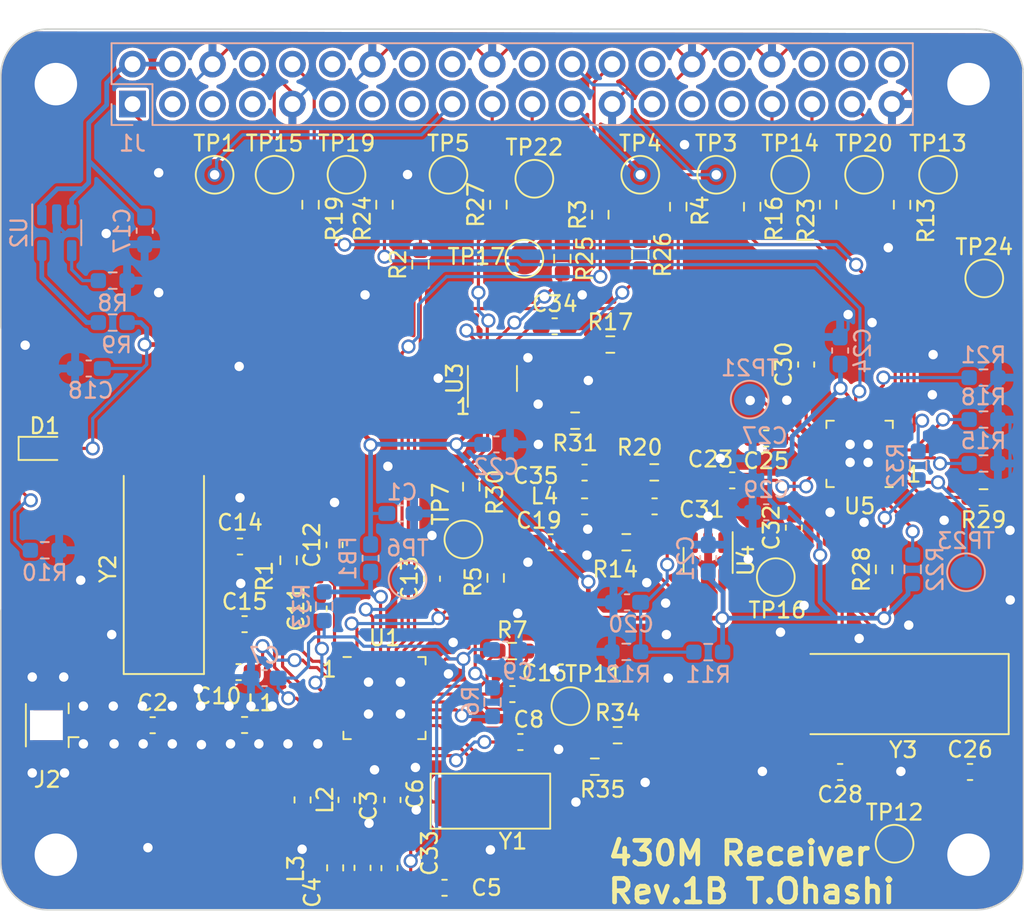
<source format=kicad_pcb>
(kicad_pcb (version 20221018) (generator pcbnew)
  (title_block (date "15 nov 2012"))
  (layers (0 "F.Cu" signal) (31 "B.Cu" signal) (34 "B.Paste" user) (35 "F.Paste" user) (36 "B.SilkS" user "B.Silkscreen") (37 "F.SilkS" user "F.Silkscreen") (38 "B.Mask" user) (39 "F.Mask" user) (44 "Edge.Cuts" user))
  (net 0 "")
  (net 1 "GND")
  (net 2 "/GPIO[2]{slash}SDA1")
  (net 3 "/GPIO[3]{slash}SCL1")
  (net 4 "/GPIO[4]{slash}GPCLK0")
  (net 5 "Net-(J2-In)")
  (net 6 "Net-(C2-Pad2)")
  (net 7 "/GPIO[17]")
  (net 8 "Net-(U1A-MIXIN+)")
  (net 9 "/GPIO[27]")
  (net 10 "/GPIO[22]")
  (net 11 "Net-(U1A-LNAOUT)")
  (net 12 "/GPIO[24]")
  (net 13 "/radio/AVDD")
  (net 14 "Net-(U4--)")
  (net 15 "/GPIO[25]")
  (net 16 "Net-(U1A-MIXIN-)")
  (net 17 "Net-(U1A-IFIN-)")
  (net 18 "Net-(U5D-ADC_IN)")
  (net 19 "/ID_SDA")
  (net 20 "/ID_SCL")
  (net 21 "/GPIO[5]")
  (net 22 "/GPIO[6]")
  (net 23 "Net-(U1D-OPA+)")
  (net 24 "Net-(U1D-DFA)")
  (net 25 "Net-(U1D-DSA+)")
  (net 26 "Net-(U1D-DSA-)")
  (net 27 "/demod/RSSI")
  (net 28 "/GPIO[20]{slash}PCM.DIN")
  (net 29 "/GPIO[21]{slash}PCM.DOUT")
  (net 30 "+5V")
  (net 31 "Net-(U1C-XTAL2)")
  (net 32 "Net-(C14-Pad2)")
  (net 33 "Net-(C15-Pad1)")
  (net 34 "Net-(U1C-XTAL1)")
  (net 35 "Net-(U1D-OPF+)")
  (net 36 "+3.3VA")
  (net 37 "/demod/AFSK_SIG")
  (net 38 "Net-(C19-Pad2)")
  (net 39 "Net-(U5B-REF)")
  (net 40 "Net-(U5C-XTAL1)")
  (net 41 "Net-(U5C-XTAL2)")
  (net 42 "Net-(U5B-REG_CAP)")
  (net 43 "/MISO")
  (net 44 "Net-(D1-K)")
  (net 45 "Net-(J1-Pin_1)")
  (net 46 "/TXD")
  (net 47 "/RXD")
  (net 48 "/GPIO23")
  (net 49 "/MOSI")
  (net 50 "/SCLK")
  (net 51 "/nCS")
  (net 52 "/nRTS")
  (net 53 "/CD")
  (net 54 "/nRESET")
  (net 55 "Net-(U1A-LNAIN)")
  (net 56 "Net-(U1A-LNASRC)")
  (net 57 "Net-(U1C-DIO)")
  (net 58 "Net-(U1C-SCLK)")
  (net 59 "Net-(U1C-{slash}CS)")
  (net 60 "Net-(U1D-DSF-)")
  (net 61 "Net-(U1D-DFF)")
  (net 62 "Net-(U2-VOUT)")
  (net 63 "/CNVST")
  (net 65 "Net-(U5D-HART_IN)")
  (net 66 "Net-(U4-+)")
  (net 67 "Net-(U5A-CLK_CFG0)")
  (net 68 "Net-(U5A-{slash}RTS)")
  (net 69 "Net-(U3A-I.C)")
  (net 70 "Net-(U5A-CLK_CFG1)")
  (net 71 "Net-(U5A-TXD)")
  (net 72 "/demod/AFSK")
  (net 73 "Net-(U5A-DUPLEX)")
  (net 74 "Net-(U1D-ADATA)")
  (net 75 "Net-(U1D-PDMAXF)")
  (net 76 "Net-(U1D-DSF+)")
  (net 77 "Net-(U5D-FILTER_SEL)")
  (net 78 "Net-(U5A-CD)")
  (net 79 "Net-(U1A-MIXOUT)")
  (net 80 "Net-(U1A-IFIN+)")
  (net 82 "Net-(U5A-RXD)")
  (net 83 "Net-(U3B-CNVST)")
  (net 84 "Net-(U3B-SCLK)")
  (net 85 "Net-(U3B-DOUT)")
  (net 86 "Net-(U5B-REF_EN)")
  (net 87 "Net-(U5C-{slash}XTAL_EN)")
  (net 88 "Net-(U5D-HART_OUT)")
  (net 89 "Net-(U5C-CLKOUT)")
  (net 90 "Net-(U2-NC)")
  (net 91 "/GPIO_16")
  (net 92 "/GPIO_18")
  (net 93 "Net-(U3A-CH0)")
  (net 94 "Net-(U3A-CH1)")
  (net 95 "/demod/{slash}RESET")
  (net 96 "Net-(U1B-HVIN)")
  (net 97 "Net-(U1D-PDMINF)")
  (net 98 "Net-(C35-Pad2)")
  (footprint "Resistor_SMD:R_0603_1608Metric_Pad0.98x0.95mm_HandSolder" (layer "F.Cu") (at 136.5 68.9 180)
    (fp_text reference "R31")
    (fp_text value "0")
  )
  (footprint "Capacitor_SMD:C_0603_1608Metric_Pad1.08x0.95mm_HandSolder" (layer "F.Cu") (at 146.482 72.695 180)
    (fp_text reference "C23")
    (fp_text value "680pF")
  )
  (footprint "TestPoint:TestPoint_Pad_D2.0mm" (layer "F.Cu") (at 154.864 53.264)
    (fp_text reference "TP20")
    (fp_text value "CD")
  )
  (footprint "TestPoint:TestPoint_Pad_D2.0mm" (layer "F.Cu") (at 113.589 53.264)
    (fp_text reference "TP1")
    (fp_text value "3.3V")
  )
  (footprint "TestPoint:TestPoint_Pad_D2.0mm" (layer "F.Cu") (at 133.274 58.598)
    (fp_text reference "TP17")
    (fp_text value "CNVST")
  )
  (footprint "MountingHole:MountingHole_2.7mm_M2.5" (layer "F.Cu") (at 161.5 47.5)
    (fp_text reference "MH2" hide)
    (fp_text value "MountingHole_2.7mm_M2.5" hide)
  )
  (footprint "TestPoint:TestPoint_Pad_D2.0mm" (layer "F.Cu") (at 140.64 53.264)
    (fp_text reference "TP4")
    (fp_text value "SCLK")
  )
  (footprint "TestPoint:TestPoint_Pad_D2.0mm" (layer "F.Cu") (at 133.909 53.518)
    (fp_text reference "TP22")
    (fp_text value "MISO")
  )
  (footprint "Inductor_SMD:L_0603_1608Metric_Pad1.05x0.95mm_HandSolder" (layer "F.Cu") (at 119.177 93.015 -90)
    (fp_text reference "L2")
    (fp_text value "10n")
  )
  (footprint "TestPoint:TestPoint_Pad_D2.0mm" (layer "F.Cu") (at 129.4 76.45)
    (fp_text reference "TP7")
    (fp_text value "RSSI")
  )
  (footprint "Resistor_SMD:R_0603_1608Metric_Pad0.98x0.95mm_HandSolder" (layer "F.Cu") (at 138.1 55.804 90)
    (fp_text reference "R3")
    (fp_text value "47")
  )
  (footprint "Capacitor_SMD:C_0603_1608Metric_Pad1.08x0.95mm_HandSolder" (layer "F.Cu") (at 137.1 72.2 180)
    (fp_text reference "C35")
    (fp_text value "470p")
  )
  (footprint "Resistor_SMD:R_0603_1608Metric_Pad0.98x0.95mm_HandSolder" (layer "F.Cu") (at 129.9 73.1 90)
    (fp_text reference "R30")
    (fp_text value "0")
  )
  (footprint "Capacitor_SMD:C_0603_1608Metric_Pad1.08x0.95mm_HandSolder" (layer "F.Cu") (at 115.494 81.839)
    (fp_text reference "C15")
    (fp_text value "15p")
  )
  (footprint "Resistor_SMD:R_0603_1608Metric_Pad0.98x0.95mm_HandSolder" (layer "F.Cu") (at 140.64 58.344 -90)
    (fp_text reference "R26")
    (fp_text value "47")
  )
  (footprint "Crystal:Crystal_SMD_HC49-SD" (layer "F.Cu") (at 110.3632 78.3084 90)
    (fp_text reference "Y2")
    (fp_text value "13.2256M")
  )
  (footprint "Resistor_SMD:R_0603_1608Metric_Pad0.98x0.95mm_HandSolder" (layer "F.Cu") (at 118.288 77.775 90)
    (fp_text reference "R1")
    (fp_text value "25k")
  )
  (footprint "Inductor_SMD:L_0603_1608Metric_Pad1.05x0.95mm_HandSolder" (layer "F.Cu") (at 137.1 74.35)
    (fp_text reference "L4")
    (fp_text value "470nH")
  )
  (footprint "Capacitor_SMD:C_0603_1608Metric_Pad1.08x0.95mm_HandSolder" (layer "F.Cu") (at 132.512 86.284)
    (fp_text reference "C16")
    (fp_text value "561")
  )
  (footprint "Capacitor_SMD:C_0603_1608Metric_Pad1.08x0.95mm_HandSolder" (layer "F.Cu") (at 124.892 93.015 -90)
    (fp_text reference "C6")
    (fp_text value "101")
  )
  (footprint "Package_DFN_QFN:QFN-24-1EP_4x4mm_P0.5mm_EP2.15x2.15mm" (layer "F.Cu") (at 154.578 71.012 180)
    (fp_text reference "U5")
    (fp_text value "AD5700")
  )
  (footprint "TestPoint:TestPoint_Pad_D2.0mm" (layer "F.Cu") (at 136.2 87.05)
    (fp_text reference "TP11")
    (fp_text value "DFS+")
  )
  (footprint "Resistor_SMD:R_0603_1608Metric_Pad0.98x0.95mm_HandSolder" (layer "F.Cu") (at 162.452 73.7806 180)
    (fp_text reference "R29")
    (fp_text value "0")
  )
  (footprint "Capacitor_SMD:C_0603_1608Metric_Pad1.08x0.95mm_HandSolder" (layer "F.Cu") (at 115.2 76.9 180)
    (fp_text reference "C14")
    (fp_text value "15p")
  )
  (footprint "Package_TO_SOT_SMD:SOT-23-8" (layer "F.Cu") (at 131.242 66.218 90)
    (fp_text reference "U3")
    (fp_text value "MAX1117")
  )
  (footprint "Resistor_SMD:R_0603_1608Metric_Pad0.98x0.95mm_HandSolder" (layer "F.Cu") (at 139.2 88.9)
    (fp_text reference "R34")
    (fp_text value "0")
  )
  (footprint "Capacitor_SMD:C_0603_1608Metric_Pad1.08x0.95mm_HandSolder" (layer "F.Cu") (at 148.641 70.028 180)
    (fp_text reference "C25")
    (fp_text value "105")
  )
  (footprint "TestPoint:TestPoint_Pad_D2.0mm" (layer "F.Cu") (at 149.25 78.85)
    (fp_text reference "TP16")
    (fp_text value "AFSK")
  )
  (footprint "Resistor_SMD:R_0603_1608Metric_Pad0.98x0.95mm_HandSolder" (layer "F.Cu") (at 143.053 55.296 -90)
    (fp_text reference "R4")
    (fp_text value "47")
  )
  (footprint "TestPoint:TestPoint_Pad_D2.0mm" (layer "F.Cu") (at 159.563 53.264)
    (fp_text reference "TP13")
    (fp_text value "nRESET")
  )
  (footprint "Capacitor_SMD:C_0603_1608Metric_Pad1.08x0.95mm_HandSolder" (layer "F.Cu") (at 121.971 93.015 -90)
    (fp_text reference "C3")
    (fp_text value "101")
  )
  (footprint "Capacitor_SMD:C_0603_1608Metric_Pad1.08x0.95mm_HandSolder" (layer "F.Cu") (at 127.4 78.95 90)
    (fp_text reference "C13")
    (fp_text value "103")
  )
  (footprint "Capacitor_SMD:C_0603_1608Metric_Pad1.08x0.95mm_HandSolder" (layer "F.Cu") (at 115.113 84.887 180)
    (fp_text reference "C10")
    (fp_text value "271")
  )
  (footprint "TestPoint:TestPoint_Pad_D2.0mm" (layer "F.Cu") (at 162.5 59.85)
    (fp_text reference "TP24")
    (fp_text value "GND")
  )
  (footprint "Resistor_SMD:R_0603_1608Metric_Pad0.98x0.95mm_HandSolder" (layer "F.Cu") (at 137.75 90.9)
    (fp_text reference "R35")
    (fp_text value "0")
  )
  (footprint "TestPoint:TestPoint_Pad_D2.0mm" (layer "F.Cu") (at 150.165 53.264)
    (fp_text reference "TP14")
    (fp_text value "nRTS")
  )
  (footprint "TestPoint:TestPoint_Pad_D2.0mm" (layer "F.Cu") (at 128.448 53.264)
    (fp_text reference "TP5")
    (fp_text value "MOSI")
  )
  (footprint "Resistor_SMD:R_0603_1608Metric_Pad0.98x0.95mm_HandSolder" (layer "F.Cu") (at 138.735 64.059)
    (fp_text reference "R17")
    (fp_text value "NP")
  )
  (footprint "Resistor_SMD:R_0603_1608Metric_Pad0.98x0.95mm_HandSolder" (layer "F.Cu") (at 147.752 55.296 -90)
    (fp_text reference "R16")
    (fp_text value "47")
  )
  (footprint "Resistor_SMD:R_0603_1608Metric_Pad0.98x0.95mm_HandSolder" (layer "F.Cu") (at 157.277 55.169 -90)
    (fp_text reference "R13")
    (fp_text value "47")
  )
  (footprint "Capacitor_SMD:C_0603_1608Metric_Pad1.08x0.95mm_HandSolder" (layer "F.Cu") (at 128.2 98.6)
    (fp_text reference "C5")
    (fp_text value "221")
  )
  (footprint "Resistor_SMD:R_0603_1608Metric_Pad0.98x0.95mm_HandSolder" (layer "F.Cu") (at 139.751 76.632)
    (fp_text reference "R14")
    (fp_text value "1.8k")
  )
  (footprint "Capacitor_SMD:C_0603_1608Metric_Pad1.08x0.95mm_HandSolder" (layer "F.Cu") (at 122.987 97.333 -90)
    (fp_text reference "C4")
    (fp_text value "1pF")
  )
  (footprint "Resistor_SMD:R_0603_1608Metric_Pad0.98x0.95mm_HandSolder" (layer "F.Cu") (at 131.45 78.9 90)
    (fp_text reference "R5")
    (fp_text value "100k")
  )
  (footprint "Capacitor_SMD:C_0603_1608Metric_Pad1.08x0.95mm_HandSolder" (layer "F.Cu") (at 120.2 80.85 90)
    (fp_text reference "C11")
    (fp_text value "561")
  )
  (footprint "MountingHole:MountingHole_2.7mm_M2.5" (layer "F.Cu") (at 103.5 96.5)
    (fp_text reference "MH3" hide)
    (fp_text value "MountingHole_2.7mm_M2.5" hide)
  )
  (footprint "Capacitor_SMD:C_0603_1608Metric_Pad1.08x0.95mm_HandSolder" (layer "F.Cu") (at 161.595 91.237)
    (fp_text reference "C26")
    (fp_text value "18pF")
  )
  (footprint "Crystal:Crystal_SMD_HC49-SD" (layer "F.Cu") (at 157.3532 86.284 180)
    (fp_text reference "Y3")
    (fp_text value "3.6864MHz")
  )
  (footprint "Capacitor_SMD:C_0603_1608Metric_Pad1.08x0.95mm_HandSolder" (layer "F.Cu") (at 153.34 91.237 180)
    (fp_text reference "C28")
    (fp_text value "18pF")
  )
  (footprint "MountingHole:MountingHole_2.7mm_M2.5" (layer "F.Cu") (at 103.5 47.5)
    (fp_text reference "MH1" hide)
    (fp_text value "MountingHole_2.7mm_M2.5" hide)
  )
  (footprint "Capacitor_SMD:C_0603_1608Metric_Pad1.08x0.95mm_HandSolder" (layer "F.Cu") (at 151.181 65.329 90)
    (fp_text reference "C30")
    (fp_text value "105")
  )
  (footprint "LED_SMD:LED_0603_1608Metric_Pad1.05x0.95mm_HandSolder" (layer "F.Cu") (at 102.794 70.663)
    (fp_text reference "D1")
    (fp_text value "PWR")
  )
  (footprint "Inductor_SMD:L_0603_1608Metric_Pad1.05x0.95mm_HandSolder" (layer "F.Cu") (at 121.25 97.333 -90)
    (fp_text reference "L3")
    (fp_text value "16n")
  )
  (footprint "Capacitor_SMD:C_0603_1608Metric_Pad1.08x0.95mm_HandSolder" (layer "F.Cu") (at 133.02 89.332)
    (fp_text reference "C8")
    (fp_text value "152")
  )
  (footprint "Package_DFN_QFN:QFN-32-1EP_5x5mm_P0.5mm_EP3.1x3.1mm" (layer "F.Cu") (at 124.384 86.538)
    (fp_text reference "U1")
    (fp_text value "MAX1471")
  )
  (footprint "TestPoint:TestPoint_Pad_D2.0mm" (layer "F.Cu") (at 117.399 53.264)
    (fp_text reference "TP15")
    (fp_text value "TXD")
  )
  (footprint "Resistor_SMD:R_0603_1608Metric_Pad0.98x0.95mm_HandSolder" (layer "F.Cu") (at 141.529 72.187)
    (fp_text reference "R20")
    (fp_text value "75k")
  )
  (footprint "Resistor_SMD:R_0603_1608Metric_Pad0.98x0.95mm_HandSolder" (layer "F.Cu") (at 132.5 83.55)
    (fp_text reference "R7")
    (fp_text value "43k")
  )
  (footprint "Capacitor_SMD:C_0603_1608Metric_Pad1.08x0.95mm_HandSolder" (layer "F.Cu") (at 150.4 75.7 90)
    (fp_text reference "C32")
    (fp_text value "222")
  )
  (footprint "Resistor_SMD:R_0603_1608Metric_Pad0.98x0.95mm_HandSolder" (layer "F.Cu") (at 131.623 55.169 90)
    (fp_text reference "R27")
    (fp_text value "47")
  )
  (footprint "Capacitor_SMD:C_0603_1608Metric_Pad1.08x0.95mm_HandSolder" (layer "F.Cu") (at 141.55 74.35)
    (fp_text reference "C31")
    (fp_text value "470p")
  )
  (footprint "Resistor_SMD:R_0603_1608Metric_Pad0.98x0.95mm_HandSolder" (layer "F.Cu") (at 119.685 55.169 -90)
    (fp_text reference "R19")
    (fp_text value "47")
  )
  (footprint "MountingHole:MountingHole_2.7mm_M2.5" (layer "F.Cu") (at 161.5 96.5)
    (fp_text reference "MH4" hide)
    (fp_text value "MountingHole_2.7mm_M2.5" hide)
  )
  (footprint "Capacitor_SMD:C_0603_1608Metric_Pad1.08x0.95mm_HandSolder" (layer "F.Cu") (at 134.925 76.632)
    (fp_text reference "C19")
    (fp_text value "104")
  )
  (footprint "Resistor_SMD:R_0603_1608Metric_Pad0.98x0.95mm_HandSolder" (layer "F.Cu") (at 124.384 55.169 90)
    (fp_text reference "R24")
    (fp_text value "47")
  )
  (footprint "Resistor_SMD:R_0603_1608Metric_Pad0.98x0.95mm_HandSolder" (layer "F.Cu") (at 152.578 55.169 90)
    (fp_text reference "R23")
    (fp_text value "47")
  )
  (footprint "Package_TO_SOT_SMD:SOT-23-5" (layer "F.Cu") (at 144.95 77.7875 -90)
    (fp_text reference "U4")
    (fp_text value "OPA196xDBV")
  )
  (footprint "Capacitor_SMD:C_0603_1608Metric_Pad1.08x0.95mm_HandSolder" (layer "F.Cu") (at 109.652 88.2652)
    (fp_text reference "C2")
    (fp_text value "101")
  )
  (footprint "MyLibrary:LTCV10.7M" (layer "F.Cu") (at 131.115 96.042)
    (fp_text reference "Y1")
    (fp_text value "LTCV10.7MA5")
  )
  (footprint "Resistor_SMD:R_0603_1608Metric_Pad0.98x0.95mm_HandSolder" (layer "F.Cu") (at 156.134 78.3526 90)
    (fp_text reference "R28")
    (fp_text value "NP")
  )
  (footprint "Capacitor_SMD:C_0603_1608Metric_Pad1.08x0.95mm_HandSolder" (layer "F.Cu") (at 124.7 97.35 90)
    (fp_text reference "C33")
    (fp_text value "8pF")
  )
  (footprint "Capacitor_SMD:C_0603_1608Metric_Pad1.08x0.95mm_HandSolder" (layer "F.Cu") (at 135.2 62.9)
    (fp_text reference "C34")
    (fp_text value "105")
  )
  (footprint "Connector_Coaxial:U.FL_Hirose_U.FL-R-SMT-1_Vertical" (layer "F.Cu") (at 103.429 88.2652 180)
    (fp_text reference "J2")
    (fp_text value "U.FL")
  )
  (footprint "Inductor_SMD:L_0603_1608Metric_Pad1.05x0.95mm_HandSolder" (layer "F.Cu") (at 115.494 88.25)
    (fp_text reference "L1")
    (fp_text value "56n")
  )
  (footprint "Capacitor_SMD:C_0603_1608Metric_Pad1.08x0.95mm_HandSolder" (layer "F.Cu") (at 121.209 76.8 90)
    (fp_text reference "C12")
    (fp_text value "473")
  )
  (footprint "Resistor_SMD:R_0603_1608Metric_Pad0.98x0.95mm_HandSolder" (layer "F.Cu") (at 135.687 58.598 -90)
    (fp_text reference "R25")
    (fp_text value "47")
  )
  (footprint "TestPoint:TestPoint_Pad_D2.0mm" (layer "F.Cu") (at 156.8 95.8)
    (fp_text reference "TP12")
    (fp_text value "GND")
  )
  (footprint "Resistor_SMD:R_0603_1608Metric_Pad0.98x0.95mm_HandSolder" (layer "F.Cu") (at 126.67 58.979 90)
    (fp_text reference "R2")
    (fp_text value "47")
  )
  (footprint "TestPoint:TestPoint_Pad_D2.0mm" (layer "F.Cu") (at 121.971 53.264)
    (fp_text reference "TP19")
    (fp_text value "RXD")
  )
  (footprint "TestPoint:TestPoint_Pad_D2.0mm" (layer "F.Cu") (at 145.466 53.264)
    (fp_text reference "TP3")
    (fp_text value "nCS")
  )
  (footprint "Connector_PinSocket_2.54mm:PinSocket_2x20_P2.54mm_Vertical" (layer "B.Cu") (at 108.37 48.77 -90)
    (fp_text reference "J1")
    (fp_text value "GPIO")
  )
  (footprint "Capacitor_SMD:C_0603_1608Metric_Pad1.08x0.95mm_HandSolder" (layer "B.Cu") (at 148.641 74.727 180)
    (fp_text reference "C29")
    (fp_text value "104")
  )
  (footprint "Resistor_SMD:R_0603_1608Metric_Pad0.98x0.95mm_HandSolder" (layer "B.Cu") (at 162.452 68.8276 180)
    (fp_text reference "R18")
    (fp_text value "0")
  )
  (footprint "Resistor_SMD:R_0603_1608Metric_Pad0.98x0.95mm_HandSolder" (layer "B.Cu") (at 107.112 62.662)
    (fp_text reference "R9")
    (fp_text value "0")
  )
  (footprint "Resistor_SMD:R_0603_1608Metric_Pad0.98x0.95mm_HandSolder" (layer "B.Cu") (at 107.112 59.995)
    (fp_text reference "R8")
    (fp_text value "0")
  )
  (footprint "Capacitor_SMD:C_0603_1608Metric_Pad1.08x0.95mm_HandSolder" (layer "B.Cu") (at 109.144 56.82 -90)
    (fp_text reference "C17")
    (fp_text value "105")
  )
  (footprint "Resistor_SMD:R_0603_1608Metric_Pad0.98x0.95mm_HandSolder" (layer "B.Cu") (at 131.25 86.8 90)
    (fp_text reference "R6")
    (fp_text value "0")
  )
  (footprint "TestPoint:TestPoint_Pad_D2.0mm" (layer "B.Cu") (at 161.341 78.537 180)
    (fp_text reference "TP23")
    (fp_text value "CLKOUT")
  )
  (footprint "Resistor_SMD:R_0603_1608Metric_Pad0.98x0.95mm_HandSolder" (layer "B.Cu") (at 162.452 66.1606 180)
    (fp_text reference "R21")
    (fp_text value "0")
  )
  (footprint "Resistor_SMD:R_0603_1608Metric_Pad0.98x0.95mm_HandSolder" (layer "B.Cu") (at 139.751 83.6)
    (fp_text reference "R12")
    (fp_text value "12k")
  )
  (footprint "Capacitor_SMD:C_0603_1608Metric_Pad1.08x0.95mm_HandSolder" (layer "B.Cu") (at 105.588 65.583 180)
    (fp_text reference "C18")
    (fp_text value "105" hide)
  )
  (footprint "Resistor_SMD:R_0603_1608Metric_Pad0.98x0.95mm_HandSolder" (layer "B.Cu") (at 144.958 83.617)
    (fp_text reference "R11")
    (fp_text value "12k")
  )
  (footprint "Inductor_SMD:L_0603_1608Metric_Pad1.05x0.95mm_HandSolder" (layer "B.Cu") (at 123.5 77.65 -90)
    (fp_text reference "FB1")
    (fp_text value "FerriteBead")
  )
  (footprint "Capacitor_SMD:C_0603_1608Metric_Pad1.08x0.95mm_HandSolder" (layer "B.Cu") (at 125.4 74.8)
    (fp_text reference "C1")
    (fp_text value "102")
  )
  (footprint "Capacitor_SMD:C_0603_1608Metric_Pad1.08x0.95mm_HandSolder" (layer "B.Cu") (at 131.496 70.409)
    (fp_text reference "C22")
    (fp_text value "103")
  )
  (footprint "Capacitor_SMD:C_0603_1608Metric_Pad1.08x0.95mm_HandSolder" (layer "B.Cu") (at 116.764 85.268 180)
    (fp_text reference "C7")
    (fp_text value "103")
  )
  (footprint "Capacitor_SMD:C_0603_1608Metric_Pad1.08x0.95mm_HandSolder" (layer "B.Cu") (at 148.641 71.298 180)
    (fp_text reference "C27")
    (fp_text value "106")
  )
  (footprint "Capacitor_SMD:C_0603_1608Metric_Pad1.08x0.95mm_HandSolder" (layer "B.Cu") (at 144.958 77.648 -90)
    (fp_text reference "C21")
    (fp_text value "103")
  )
  (footprint "Capacitor_SMD:C_0603_1608Metric_Pad1.08x0.95mm_HandSolder" (layer "B.Cu") (at 139.8 80.45 180)
    (fp_text reference "C20")
    (fp_text value "103")
  )
  (footprint "Capacitor_SMD:C_0603_1608Metric_Pad1.08x0.95mm_HandSolder" (layer "B.Cu") (at 132.05 83.45)
    (fp_text reference "C9")
    (fp_text value "104")
  )
  (footprint "Package_TO_SOT_SMD:SOT-23-5" (layer "B.Cu") (at 103.556 56.947 -90)
    (fp_text reference "U2")
    (fp_text value "MIC5365-3.3YD5")
  )
  (footprint "Resistor_SMD:R_0603_1608Metric_Pad0.98x0.95mm_HandSolder" (layer "B.Cu") (at 102.794 77.14)
    (fp_text reference "R10")
    (fp_text value "391")
  )
  (footprint "TestPoint:TestPoint_Pad_D2.0mm" (layer "B.Cu") (at 147.593 67.5576 180)
    (fp_text reference "TP21")
    (fp_text value "HART_OUT")
  )
  (footprint "Resistor_SMD:R_0603_1608Metric_Pad0.98x0.95mm_HandSolder" (layer "B.Cu") (at 120.55 80.7 -90)
    (fp_text reference "R33")
    (fp_text value "0")
  )
  (footprint "Resistor_SMD:R_0603_1608Metric_Pad0.98x0.95mm_HandSolder" (layer "B.Cu") (at 157.95 78.35 90)
    (fp_text reference "R22")
    (fp_text value "22k")
  )
  (footprint "TestPoint:TestPoint_Pad_D2.0mm" (layer "B.Cu") (at 125.85 79 180)
    (fp_text reference "TP6")
    (fp_text value "ADATA")
  )
  (footprint "Resistor_SMD:R_0603_1608Metric_Pad0.98x0.95mm_HandSolder" (layer "B.Cu") (at 162.452 71.6216 180)
    (fp_text reference "R15")
    (fp_text value "0")
  )
  (footprint "Capacitor_SMD:C_0603_1608Metric_Pad1.08x0.95mm_HandSolder" (layer "B.Cu") (at 153.34 64.44 90)
    (fp_text reference "C24")
    (fp_text value "104")
  )
  (footprint "Resistor_SMD:R_0603_1608Metric_Pad0.98x0.95mm_HandSolder" (layer "B.Cu") (at 158.3 71.75 -90)
    (fp_text reference "R32")
    (fp_text value "0")
  )
  (gr_arc (start 162 44) (mid 164.12132 44.87868) (end 165 47) (stroke (width 0.1)) (layer "Edge.Cuts"))
  (gr_line (start 165 97) (end 165 47) (stroke (width 0.1)) (layer "Edge.Cuts"))
  (gr_line (start 100 47) (end 100 63) (stroke (width 0.1)) (layer "Edge.Cuts"))
  (gr_arc (start 103 100) (mid 100.87868 99.12132) (end 100 97) (stroke (width 0.1)) (layer "Edge.Cuts"))
  (gr_line (start 103 100) (end 162 100) (stroke (width 0.1)) (layer "Edge.Cuts"))
  (gr_line (start 100 63) (end 100 80.95) (stroke (width 0.05)) (layer "Edge.Cuts"))
  (gr_arc (start 165 97) (mid 164.12132 99.12132) (end 162 100) (stroke (width 0.1)) (layer "Edge.Cuts"))
  (gr_arc (start 100 47) (mid 100.87868 44.87868) (end 103 44) (stroke (width 0.1)) (layer "Edge.Cuts"))
  (gr_line (start 100 80.95) (end 100 97) (stroke (width 0.1)) (layer "Edge.Cuts"))
  (gr_line (start 162 44) (end 103 44) (stroke (width 0.1)) (layer "Edge.Cuts"))
  (gr_text "1" (at 157.45 72.9) (layer "F.SilkS") (effects (font (size 1 1)) (justify left bottom)))
  (gr_text "1" (at 128.8 68.6) (layer "F.SilkS") (effects (font (size 1 1)) (justify left bottom)))
  (gr_text "1" (at 120.3 85.3) (layer "F.SilkS") (effects (font (size 1 1)) (justify left bottom)))
  (gr_text "430M Receiver\nRev.1B T.Ohashi" (at 138.45 99.7) (layer "F.SilkS") (effects (font (size 1.5 1.5) (thickness 0.3) bold) (justify left bottom)))
  (segment (start 100.889 79.045) (end 100.508 79.426) (width 0.2) (layer "F.Cu") (net 1))
  (segment (start 134.163 74.187) (end 131.45 76.9) (width 0.2) (layer "F.Cu") (net 1))
  (segment (start 122.6 71.8) (end 121.209 73.191) (width 0.2) (layer "F.Cu") (net 1))
  (segment (start 151.7525 63.3605) (end 151.181 63.932) (width 0.2) (layer "F.Cu") (net 1))
  (segment (start 104.5138 91.3) (end 104.05 91.3) (width 0.2) (layer "F.Cu") (net 1))
  (segment (start 137.9625 72.2) (end 138.4 72.2) (width 0.2) (layer "F.Cu") (net 1))
  (segment (start 144.958 74.981) (end 144.958 76.6375) (width 0.3) (layer "F.Cu") (net 1))
  (segment (start 129.0625 98.6) (end 129.9 98.6) (width 0.2) (layer "F.Cu") (net 1))
  (segment (start 153.328 69.0745) (end 153.328 67.857) (width 0.2) (layer "F.Cu") (net 1))
  (segment (start 163.8236 73.7806) (end 163.3645 73.7806) (width 0.2) (layer "F.Cu") (net 1))
  (segment (start 121.209 73.191) (end 121.209 74.1) (width 0.2) (layer "F.Cu") (net 1))
  (segment (start 100.508 89.713) (end 100.5352 89.7402) (width 0.2) (layer "F.Cu") (net 1))
  (segment (start 119.177 96.123) (end 119.177 93.89) (width 0.2) (layer "F.Cu") (net 1))
  (segment (start 132.578 44.882) (end 131.23 46.23) (width 0.2) (layer "F.Cu") (net 1))
  (segment (start 117.14 45.639) (end 116.581 45.08) (width 0.2) (layer "F.Cu") (net 1))
  (segment (start 116.581 45.08) (end 114.6 45.08) (width 0.2) (layer "F.Cu") (net 1))
  (segment (start 160.7445 92.95) (end 159.65 92.95) (width 0.2) (layer "F.Cu") (net 1))
  (segment (start 156.63 48.77) (end 157.832081 48.77) (width 0.2) (layer "F.Cu") (net 1))
  (segment (start 131.23 46.23) (end 130.009 45.009) (width 0.2) (layer "F.Cu") (net 1))
  (segment (start 140.513 64.059) (end 139.6475 64.059) (width 0.2) (layer "F.Cu") (net 1))
  (segment (start 125.134 87.82) (end 125.4 87.554) (width 0.2) (layer "F.Cu") (net 1))
  (segment (start 159.65 92.95) (end 156.642 95.958) (width 0.2) (layer "F.Cu") (net 1))
  (segment (start 145.151 45.009) (end 143.93 46.23) (width 0.2) (layer "F.Cu") (net 1))
  (segment (start 147.7785 70.028) (end 146.482 70.028) (width 0.2) (layer "F.Cu") (net 1))
  (segment (start 142.418 85.268) (end 142.418 88.332) (width 0.2) (layer "F.Cu") (net 1))
  (segment (start 146.482 70.028) (end 145.7835 69.3295) (width 0.2) (layer "F.Cu") (net 1))
  (segment (start 154.356 62.662) (end 153.848 62.154) (width 0.2) (layer "F.Cu") (net 1))
  (segment (start 163.9384 73.7806) (end 163.3645 73.7806) (width 0.2) (layer "F.Cu") (net 1))
  (segment (start 127.4 76.2) (end 127.4 78.0875) (width 0.2) (layer "F.Cu") (net 1))
  (segment (start 154.828 71.842) (end 155.118 71.552) (width 0.2) (layer "F.Cu") (net 1))
  (segment (start 156.8 95.5595) (end 152.4775 91.237) (width 0.2) (layer "F.Cu") (net 1))
  (segment (start 109.35 96.05) (end 109.2638 96.05) (width 0.2) (layer "F.Cu") (net 1))
  (segment (start 132.2326 68.0326) (end 132.2326 67.3555) (width 0.2) (layer "F.Cu") (net 1))
  (segment (start 157.78 47.62) (end 157.78 45.639) (width 0.2) (layer "F.Cu") (net 1))
  (segment (start 164.1532 75.8882) (end 164.135 75.87) (width 0.2) (layer "F.Cu") (net 1))
  (segment (start 153.328 67.857) (end 152.578 67.107) (width 0.2) (layer "F.Cu") (net 1))
  (segment (start 145.7835 71.3615) (end 145.72 71.298) (width 0.2) (layer "F.Cu") (net 1))
  (segment (start 145.72 71.298) (end 144.958 72.06) (width 0.2) (layer "F.Cu") (net 1))
  (segment (start 156.63 48.77) (end 157.78 47.62) (width 0.2) (layer "F.Cu") (net 1))
  (segment (start 134.1 67.85) (end 133.65 68.3) (width 0.2) (layer "F.Cu") (net 1))
  (segment (start 119.15 96.15) (end 119.177 96.123) (width 0.2) (layer "F.Cu") (net 1))
  (segment (start 131.115 93.142) (end 131.115 96.19) (width 0.2) (layer "F.Cu") (net 1))
  (segment (start 150.231 45.009) (end 149.01 46.23) (width 0.2) (layer "F.Cu") (net 1))
  (segment (start 125.134 88.9755) (end 125.134 89.834) (width 0.2) (layer "F.Cu") (net 1))
  (segment (start 138.608 66.345) (end 137.338 66.345) (width 0.2) (layer "F.Cu") (net 1))
  (segment (start 155.372 62.662) (end 154.356 62.662) (width 0.2) (layer "F.Cu") (net 1))
  (segment (start 140.6 63.2) (end 140.6 63.972) (width 0.2) (layer "F.Cu") (net 1))
  (segment (start 157.15 45.009) (end 150.231 45.009) (width 0.2) (layer "F.Cu") (net 1))
  (segment (start 139.85 90.9) (end 138.6625 90.9) (width 0.2) (layer "F.Cu") (net 1))
  (segment (start 149.01 46.23) (end 147.789 45.009) (width 0.2) (layer "F.Cu") (net 1))
  (segment (start 119.15 96.15) (end 119.11 96.19) (width 0.2) (layer "F.Cu") (net 1))
  (segment (start 147.789 45.009) (end 145.151 45.009) (width 0.2) (layer "F.Cu") (net 1))
  (segment (start 137.338 66.3685) (end 137.2345 66.472) (width 0.2) (layer "F.Cu") (net 1))
  (segment (start 152.578 67.107) (end 152.578 64.186) (width 0.2) (layer "F.Cu") (net 1))
  (segment (start 128.45 85) (end 128.2 85.2) (width 0.2) (layer "F.Cu") (net 1))
  (segment (start 118.53 48.77) (end 118.53 48.045) (width 0.2) (layer "F.Cu") (net 1))
  (segment (start 135.45 89.8) (end 134.982 89.332) (width 0.2) (layer "F.Cu") (net 1))
  (segment (start 128.112 85.288) (end 128.45 85) (width 0.2) (layer "F.Cu") (net 1))
  (segment (start 135.179 84.76) (end 135.179 85.121) (width 0.2) (layer "F.Cu") (net 1))
  (segment (start 140.071 47.549) (end 138.85 48.77) (width 0.2) (layer "F.Cu") (net 1))
  (segment (start 153.328 74.231) (end 152.705 74.727) (width 0.2) (layer "F.Cu") (net 1))
  (segment (start 100.5352 89.7402) (end 102.954 89.7402) (width 0.2) (layer "F.Cu") (net 1))
  (segment (start 139.6475 64.059) (end 139.6475 65.3055) (width 0.2) (layer "F.Cu") (net 1))
  (segment (start 140.6 63.972) (end 140.513 64.059) (width 0.2) (layer "F.Cu") (net 1))
  (segment (start 134.15 67.8) (end 134.15 67.85) (width 0.2) (layer "F.Cu") (net 1))
  (segment (start 134.163 70.409) (end 134.163 74.187) (width 0.2) (layer "F.Cu") (net 1))
  (segment (start 121.209 74.1) (end 121.209 75.9375) (width 0.2) (layer "F.Cu") (net 1))
  (segment (start 154.828 72.9495) (end 154.864 75.362) (width 0.2) (layer "F.Cu") (net 1))
  (segment (start 140.3 62.9) (end 140.6 63.2) (width 0.2) (layer "F.Cu") (net 1))
  (segment (start 164.135 55.072919) (end 164.135 73.584) (width 0.2) (layer "F.Cu") (net 1))
  (segment (start 159.95 75.235) (end 163.5 75.235) (width 0.2) (layer "F.Cu") (net 1))
  (segment (start 124.6 71.8) (end 122.6 71.8) (width 0.2) (layer "F.Cu") (net 1))
  (segment (start 126.35 90.95) (end 126.25 90.8) (width 0.2) (layer "F.Cu") (net 1))
  (segment (start 100.508 86.85) (end 100.508 89.713) (width 0.2) (layer "F.Cu") (net 1))
  (segment (start 104.05 90.8362) (end 102.954 89.7402) (width 0.2) (layer "F.Cu") (net 1))
  (segment (start 102.954 86.7902) (end 100.5678 86.7902) (width 0.2) (layer "F.Cu") (net 1))
  (segment (start 133.65 68.3) (end 132.5 68.3) (width 0.2) (layer "F.Cu") (net 1))
  (segment (start 134.016 86.284) (end 133.3745 86.284) (width 0.2) (layer "F.Cu") (net 1))
  (segment (start 152.4775 91.237) (end 148.387 91.237) (width 0.2) (layer "F.Cu") (net 1))
  (segment (start 130.009 45.009) (end 124.831 45.009) (width 0.2) (layer "F.Cu") (net 1))
  (segment (start 100.5678 86.7902) (end 100.508 86.85) (width 0.2) (layer "F.Cu") (net 1))
  (segment (start 132.5 68.3) (end 132.2326 68.0326) (width 0.2) (layer "F.Cu") (net 1))
  (segment (start 137.338 66.345) (end 137.338 66.3685) (width 0.2) (layer "F.Cu") (net 1))
  (segment (start 148.4 91.2) (end 148.35 91.2) (width 0.2) (layer "F.Cu") (net 1))
  (segment (start 140.1125 88.9) (end 141.8 88.9) (width 0.2) (layer "F.Cu") (net 1))
  (segment (start 138.109 70.409) (end 134.163 70.409) (width 0.2) (layer "F.Cu") (net 1))
  (segment (start 125.134 89.834) (end 126.1 90.8) (width 0.2) (layer "F.Cu") (net 1))
  (segment (start 164.1532 89.5413) (end 164.1532 80.3032) (width 0.2) (layer "F.Cu") (net 1))
  (segment (start 134.982 89.332) (end 133.8825 89.332) (width 0.2) (layer "F.Cu") (net 1))
  (segment (start 125.634 85.288) (end 125.4 85.522) (width 0.2) (layer "F.Cu") (net 1))
  (segment (start 154.864 75.362) (end 154.828 75.271) (width 0.2) (layer "F.Cu") (net 1))
  (segment (start 126.8215 85.288) (end 128.112 85.288) (width 0.2) (layer "F.Cu") (net 1))
  (segment (start 153.328 72.9495) (end 153.378 72.8995) (width 0.2) (layer "F.Cu") (net 1))
  (segment (start 142.582 44.882) (end 132.578 44.882) (width 0.2) (layer "F.Cu") (net 1))
  (segment (start 117.14 46.655) (end 117.14 45.639) (width 0.2) (layer "F.Cu") (net 1))
  (segment (start 104.9902 86.7902) (end 105.25 87.05) (width 0.2) (layer "F.Cu") (net 1))
  (segment (start 131.115 97.385) (end 131.115 96.19) (width 0.2) (layer "F.Cu") (net 1))
  (segment (start 164.1532 80.2968) (end 164.1532 75.8882) (width 0.2) (layer "F.Cu") (net 1))
  (segment (start 144.958 72.06) (end 144.958 72.695) (width 0.2) (layer "F.Cu") (net 1))
  (segment (start 138.4 72.2) (end 139.15 71.45) (width 0.2) (layer "F.Cu") (net 1))
  (segment (start 157.832081 48.77) (end 164.135 55.072919) (width 0.2) (layer "F.Cu") (net 1))
  (segment (start 153.328 72.9495) (end 153.328 74.231) (width 0.2) (layer "F.Cu") (net 1))
  (segment (start 142.611 47.549) (end 140.071 47.549) (width 0.2) (layer "F.Cu") (net 1))
  (segment (start 164.1532 75.8518) (end 164.1532 74.1102) (width 0.2) (layer "F.Cu") (net 1))
  (segment (start 163.5 75.235) (end 164.135 75.87) (width 0.2) (layer "F.Cu") (net 1))
  (segment (start 135.179 85.121) (end 134.016 86.284) (width 0.2) (layer "F.Cu") (net 1))
  (segment (start 145.72 71.298) (end 145.7835 71.2345) (width 0.2) (layer "F.Cu") (net 1))
  (segment (start 142.418 88.332) (end 141.825 88.925) (width 0.2) (layer "F.Cu") (net 1))
  (segment (start 104.05 91.3) (end 104.05 90.8362) (width 0.2) (layer "F.Cu") (net 1))
  (segment (start 119.11 96.19) (end 109.4038 96.19) (width 0.2) (layer "F.Cu") (net 1))
  (segment (start 118.53 48.045) (end 117.14 46.655) (width 0.2) (layer "F.Cu") (net 1))
  (segment (start 105.08 79.045) (end 100.889 79.045) (width 0.2) (layer "F.Cu") (net 1))
  (segment (start 136.0625 62.9) (end 140.3 62.9) (width 0.2) (layer "F.Cu") (net 1))
  (segment (start 152.959 62.154) (end 153.848 62.154) (width 0.2) (layer "F.Cu") (net 1))
  (segment (start 162.4575 91.237) (end 160.7445 92.95) (width 0.2) (layer "F.Cu") (net 1))
  (segment (start 137.2345 66.472) (end 135.478 66.472) (width 0.2) (layer "F.Cu") (net 1))
  (segment (start 102.954 86.7902) (end 104.9902 86.7902) (width 0.2) (layer "F.Cu") (net 1))
  (segment (start 145.7835 69.3295) (end 140.513 64.059) (width 0.2) (layer "F.Cu") (net 1))
  (segment (start 139.6475 65.3055) (end 138.608 66.345) (width 0.2) (layer "F.Cu") (net 1))
  (segment (start 109.4038 96.19) (end 109.35 96.1362) (width 0.2) (layer "F.Cu") (net 1))
  (segment (start 112.55 85.95) (end 113.613 84.887) (width 0.2) (layer "F.Cu") (net 1))
  (segment (start 135.478 66.472) (end 134.15 67.8) (width 0.2) (layer "F.Cu") (net 1))
  (segment (start 142.418 85.268) (end 135.814 85.395) (width 0.2) (layer "F.Cu") (net 1))
  (segment (start 143.93 46.23) (end 142.582 44.882) (width 0.2) (layer "F.Cu") (net 1))
  (segment (start 148.4 91.25) (end 148.4 91.2) (width 0.2) (layer "F.Cu") (net 1))
  (segment (start 151.181 64.4665) (end 151.181 63.932) (width 0.2) (layer "F.Cu") (net 1))
  (segment (start 135.814 85.395) (end 135.179 84.76) (width 0.2) (layer "F.Cu") (net 1))
  (segment (start 151.181 63.932) (end 152.959 62.154) (width 0.2) (layer "F.Cu") (net 1))
  (segment (start 141.825 88.925) (end 139.85 90.9) (width 0.2) (layer "F.Cu") (net 1))
  (segment (start 110.033 53.137) (end 110.033 60.757) (width 0.2) (layer "F.Cu") (net 1))
  (segment (start 164.1532 80.3032) (end 164.15 80.3) (width 0.2) (layer "F.Cu") (net 1))
  (segment (start 134.15 67.85) (end 134.1 67.85) (width 0.2) (layer "F.Cu") (net 1))
  (segment (start 162.4575 91.237) (end 164.1532 89.5413) (width 0.2) (layer "F.Cu") (net 1))
  (segment (start 164.1532 74.1102) (end 163.8236 73.7806) (width 0.2) (layer "F.Cu") (net 1))
  (segment (start 143.93 46.23) (end 142.611 47.549) (width 0.2) (layer "F.Cu") (net 1))
  (segment (start 164.135 75.87) (end 164.1532 75.8518) (width 0.2) (layer "F.Cu") (net 1))
  (segment (start 157.78 45.639) (end 157.15 45.009) (width 0.2) (layer "F.Cu") (net 1))
  (segment (start 152.578 64.186) (end 151.7525 63.3605) (width 0.2) (layer "F.Cu") (net 1))
  (segment (start 152.705 74.727) (end 152.832 74.727) (width 0.2) (layer "F.Cu") (net 1))
  (segment (start 145.7835 71.2345) (end 145.7835 69.3295) (width 0.2) (layer "F.Cu") (net 1))
  (segment (start 124.831 45.009) (end 123.61 46.23) (width 0.2) (layer "F.Cu") (net 1))
  (segment (start 113.613 84.887) (end 114.2505 84.887) (width 0.2) (layer "F.Cu") (net 1))
  (segment (start 145.6195 72.695) (end 144.958 72.695) (width 0.2) (layer "F.Cu") (net 1))
  (segment (start 109.35 96.1362) (end 109.35 96.05) (width 0.2) (layer "F.Cu") (net 1))
  (segment (start 129.9 98.6) (end 131.115 97.385) (width 0.2) (layer "F.Cu") (net 1))
  (segment (start 109.2638 96.05) (end 104.5138 91.3) (width 0.2) (layer "F.Cu") (net 1))
  (segment (start 114.6 45.08) (end 113.45 46.23) (width 0.2) (layer "F.Cu") (net 1))
  (segment (start 141.8 88.9) (end 141.825 88.925) (width 0.2) (layer "F.Cu") (net 1))
  (segment (start 164.135 73.584) (end 163.9384 73.7806) (width 0.2) (layer "F.Cu") (net 1))
  (segment (start 148.387 91.237) (end 148.4 91.25) (width 0.2) (layer "F.Cu") (net 1))
  (segment (start 164.15 80.3) (end 164.1532 80.2968) (width 0.2) (layer "F.Cu") (net 1))
  (segment (start 148.35 91.2) (end 142.418 85.268) (width 0.2) (layer "F.Cu") (net 1))
  (segment (start 139.15 71.45) (end 138.109 70.409) (width 0.2) (layer "F.Cu") (net 1))
  (segment (start 100.508 79.426) (end 100.508 86.85) (width 0.2) (layer "F.Cu") (net 1))
  (segment (start 131.45 76.9) (end 131.45 77.9875) (width 0.2) (layer "F.Cu") (net 1))
  (segment (start 126.1 90.8) (end 126.35 90.95) (width 0.2) (layer "F.Cu") (net 1))
  (via (at 148.4 91.2) (size 0.9) (drill 0.6) (layers "F.Cu" "B.Cu") (net 1))
  (via (at 134.15 67.85) (size 0.9) (drill 0.6) (layers "F.Cu" "B.Cu") (net 1))
  (via (at 107.2 89.45) (size 0.9) (drill 0.6) (layers "F.Cu" "B.Cu") (net 1))
  (via (at 156.4 57.9) (size 0.9) (drill 0.6) (layers "F.Cu" "B.Cu") (net 1))
  (via (at 142.418 85.268) (size 0.9) (drill 0.6) (layers "F.Cu" "B.Cu") (net 1))
  (via (at 151.05 80.65) (size 0.9) (drill 0.6) (layers "F.Cu" "B.Cu") (net 1))
  (via (at 159.2 67.25) (size 0.9) (drill 0.6) (layers "F.Cu" "B.Cu") (net 1))
  (via (at 107.05 82.5) (size 0.9) (drill 0.6) (layers "F.Cu" "B.Cu") (net 1))
  (via (at 149.55 82.35) (size 0.9) (drill 0.6) (layers "F.Cu" "B.Cu") (net 1))
  (via (at 105.25 89.45) (size 0.9) (drill 0.6) (layers "F.Cu" "B.Cu") (net 1))
  (via (at 101.55 64.1) (size 0.9) (drill 0.6) (layers "F.Cu" "B.Cu") (net 1))
  (via (at 133.5 77.9) (size 0.9) (drill 0.6) (layers "F.Cu" "B.Cu") (net 1))
  (via (at 128.45 85) (size 0.9) (drill 0.6) (layers "F.Cu" "B.Cu") (net 1))
  (via (at 102 91.3) (size 0.9) (drill 0.6) (layers "F.Cu" "B.Cu") (net 1))
  (via (at 115.2 73.8) (size 0.9) (drill 0.6) (layers "F.Cu" "B.Cu") (net 1))
  (via (at 164.135 75.87) (size 0.9) (drill 0.6) (layers "F.Cu" "B.Cu") (net 1))
  (via (at 155.372 62.662) (size 0.9) (drill 0.6) (layers "F.Cu" "B.Cu") (net 1))
  (via (at 117.25 87.05) (size 0.9) (drill 0.6) (layers "F.Cu" "B.Cu") (net 1))
  (via (at 112.75 89.5) (size 0.9) (drill 0.6) (layers "F.Cu" "B.Cu") (net 1))
  (via (at 159.25 64.7) (size 0.9) (drill 0.6) (layers "F.Cu" "B.Cu") (net 1))
  (via (at 128.75 83) (size 0.9) (drill 0.6) (layers "F.Cu" "B.Cu") (net 1))
  (via (at 123.368 85.522) (size 0.9) (drill 0.6) (layers "F.Cu" "B.Cu") (net 1))
  (via (at 136.55 93.15) (size 0.9) (drill 0.6) (layers "F.Cu" "B.Cu") (net 1))
  (via (at 152.705 74.727) (size 0.9) (drill 0.6) (layers "F.Cu" "B.Cu") (net 1))
  (via (at 136.95 60.9) (size 0.9) (drill 0.6) (layers "F.Cu" "B.Cu") (net 1))
  (via (at 123.4 94.5) (size 0.9) (drill 0.6) (layers "F.Cu" "B.Cu") (net 1))
  (via (at 125.4 85.522) (size 0.9) (drill 0.6) (layers "F.Cu" "B.Cu") (net 1))
  (via (at 144.958 74.981) (size 0.9) (drill 0.6) (layers "F.Cu" "B.Cu") (net 1))
  (via (at 124.6 71.8) (size 0.9) (drill 0.6) (layers "F.Cu" "B.Cu") (net 1))
  (via (at 127.8 66.2) (size 0.9) (drill 0.6) (layers "F.Cu" "B.Cu") (net 1))
  (via (at 115.9 87.05) (size 0.9) (drill 0.6) (layers "F.Cu" "B.Cu") (net 1))
  (via (at 123.75 91.1) (size 0.9) (drill 0.6) (layers "F.Cu" "B.Cu") (net 1))
  (via (at 121.209 74.1) (size 0.9) (drill 0.6) (layers "F.Cu" "B.Cu") (net 1))
  (via (at 109 87.05) (size 0.9) (drill 0.6) (layers "F.Cu" "B.Cu") (net 1))
  (via (at 133.5 64.9) (size 0.9) (drill 0.6) (layers "F.Cu" "B.Cu") (net 1))
  (via (at 164.15 80.3) (size 0.9) (drill 0.6) (layers "F.Cu" "B.Cu") (net 1))
  (via (at 157.7 81.9) (size 0.9) (drill 0.6) (layers "F.Cu" "B.Cu") (net 1))
  (via (at 134.163 70.409) (size 0.9) (drill 0.6) (layers "F.Cu" "B.Cu") (net 1))
  (via (at 127.4 76.2) (size 0.9) (drill 0.6) (layers "F.Cu" "B.Cu") (net 1))
  (via (at 135.45 89.8) (size 0.9) (drill 0.6) (layers "F.Cu" "B.Cu") (net 1))
  (via (at 149.95 67.6) (size 0.9) (drill 0.6) (layers "F.Cu" "B.Cu") (net 1))
  (via (at 131.115 96.19) (size 0.9) (drill 0.6) (layers "F.Cu" "B.Cu") (net 1))
  (via (at 106.7 57) (size 0.9) (drill 0.6) (layers "F.Cu" "B.Cu") (net 1))
  (via (at 114.6 89.45) (size 0.9) (drill 0.6) (layers "F.Cu" "B.Cu") (net 1))
  (via (at 125.4 87.554) (size 0.9) (drill 0.6) (layers "F.Cu" "B.Cu") (net 1))
  (via (at 116.4 89.45) (size 0.9) (drill 0.6) (layers "F.Cu" "B.Cu") (net 1))
  (via (at 114.5 87.05) (size 0.9) (drill 0.6) (layers "F.Cu" "B.Cu") (net 1))
  (via (at 104.05 91.3) (size 0.9) (drill 0.6) (layers "F.Cu" "B.Cu") (net 1))
  (via (at 115.15 65.45) (size 0.9) (drill 0.6) (layers "F.Cu" "B.Cu") (net 1))
  (via (at 143.45 51.35) (size 0.9) (drill 0.6) (layers "F.Cu" "B.Cu") (net 1))
  (via (at 142.3 82.5) (size 0.9) (drill 0.6) (layers "F.Cu" "B.Cu") (net 1))
  (via (at 142.25 80.5) (size 0.9) (drill 0.6) (layers "F.Cu" "B.Cu") (net 1))
  (via (at 110.033 53.137) (size 0.9) (drill 0.6) (layers "F.Cu" "B.Cu") (net 1))
  (via (at 159.95 75.235) (size 0.9) (drill 0.6) (layers "F.Cu" "B.Cu") (net 1))
  (via (at 120.149727 89.45) (size 0.9) (drill 0.6) (layers "F.Cu" "B.Cu") (net 1))
  (via (at 118.25 89.45) (size 0.9) (drill 0.6) (layers "F.Cu" "B.Cu") (net 1))
  (via (at 141.05 79.2) (size 0.9) (drill 0.6) (layers "F.Cu" "B.Cu") (net 1))
  (via (at 154.55 82.75) (size 0.9) (drill 0.6) (layers "F.Cu" "B.Cu") (net 1))
  (via (at 154.864 75.362) (size 0.9) (drill 0.6) (layers "F.Cu" "B.Cu") (net 1))
  (via (at 137.338 66.345) (size 0.9) (drill 0.6) (layers "F.Cu" "B.Cu") (net 1))
  (via (at 107.15 87.05) (size 0.9) (drill 0.6) (layers "F.Cu" "B.Cu") (net 1))
  (via (at 105.25 87.05) (size 0.9) (drill 0.6) (layers "F.Cu" "B.Cu") (net 1))
  (via (at 110.9 87.05) (size 0.9) (drill 0.6) (layers "F.Cu" "B.Cu") (net 1))
  (via (at 140.95 91.9) (size 0.9) (drill 0.6) (layers "F.Cu" "B.Cu") (net 1))
  (via (at 112.7 87.05) (size 0.9) (drill 0.6) (layers "F.Cu" "B.Cu") (net 1))
  (via (at 126.35 90.95) (size 0.9) (drill 0.6) (layers "F.Cu" "B.Cu") (net 1))
  (via (at 109.35 96.05) (size 0.9) (drill 0.6) (layers "F.Cu" "B.Cu") (net 1))
  (via (at 123.15 60.9) (size 0.9) (drill 0.6) (layers "F.Cu" "B.Cu") (net 1))
  (via (at 145.72 71.298) (size 0.9) (drill 0.6) (layers "F.Cu" "B.Cu") (net 1))
  (via (at 125.85 53.25) (size 0.9) (drill 0.6) (layers "F.Cu" "B.Cu") (net 1))
  (via (at 155.118 71.552) (size 0.9) (drill 0.6) (layers "F.Cu" "B.Cu") (net 1))
  (via (at 102 85.2) (size 0.9) (drill 0.6) (layers "F.Cu" "B.Cu") (net 1))
  (via (at 110.033 60.757) (size 0.9) (drill 0.6) (layers "F.Cu" "B.Cu") (net 1))
  (via (at 153.848 62.154) (size 0.9) (drill 0.6) (layers "F.Cu" "B.Cu") (net 1))
  (via (at 110.9 89.45) (size 0.9) (drill 0.6) (layers "F.Cu" "B.Cu") (net 1))
  (via (at 126.4 93.65) (size 0.9) (drill 0.6) (layers "F.Cu" "B.Cu") (net 1))
  (via (at 137.25 77.45) (size 0.9) (drill 0.6) (layers "F.Cu" "B.Cu") (net 1))
  (via (at 112.55 85.95) (size 0.9) (drill 0.6) (layers "F.Cu" "B.Cu") (net 1))
  (via (at 155.118 70.409) (size 0.9) (drill 0.6) (layers "F.Cu" "B.Cu") (net 1))
  (via (at 123.368 87.554) (size 0.9) (drill 0.6) (layers "F.Cu" "B.Cu") (net 1))
  (via (at 135.179 84.76) (size 0.9) (drill 0.6) (layers "F.Cu" "B.Cu") (net 1))
  (via (at 115.25 79.25) (size 0.9) (drill 0.6) (layers "F.Cu" "B.Cu") (net 1))
  (via (at 132.85 81.15) (size 0.9) (drill 0.6) (layers "F.Cu" "B.Cu") (net 1))
  (via (at 119.15 96.15) (size 0.9) (drill 0.6) (layers "F.Cu" "B.Cu") (net 1))
  (via (at 137.3 75.8) (size 0.9) (drill 0.6) (layers "F.Cu" "B.Cu") (net 1))
  (via (at 157.2 91.2) (size 0.9) (drill 0.6) (layers "F.Cu" "B.Cu") (net 1))
  (via (at 153.975 70.409) (size 0.9) (drill 0.6) (layers "F.Cu" "B.Cu") (net 1))
  (via (at 153.975 71.552) (size 0.9) (drill 0.6) (layers "F.Cu" "B.Cu") (net 1))
  (via (at 147.5 77.7) (size 0.9) (drill 0.6) (layers "F.Cu" "B.Cu") (net 1))
  (via (at 109.05 89.45) (size 0.9) (drill 0.6) (layers "F.Cu" "B.Cu") (net 1))
  (via (at 104 85.2) (size 0.9) (drill 0.6) (layers "F.Cu" "B.Cu") (net 1))
  (via (at 105.08 79.045) (size 0.9) (drill 0.6) (layers "F.Cu" "B.Cu") (net 1))
  (segment (start 136.55 92.481) (end 135.687 91.618) (width 0.2) (layer "B.Cu") (net 1))
  (segment (start 123.368 92.126) (end 123.368 91.482) (width 0.2) (layer "B.Cu") (net 1))
  (segment (start 131.115 96.19) (end 131.115 98.222) (width 0.2) (layer "B.Cu") (net 1))
  (segment (start 138.8885 85.1675) (end 138.989 85.268) (width 0.2) (layer "B.Cu") (net 1))
  (segment (start 105.08 67.996) (end 103.302 66.218) (width 0.2) (layer "B.Cu") (net 1))
  (segment (start 112.192 49.962) (end 112.192 47.488) (width 0.2) (layer "B.Cu") (net 1))
  (segment (start 164.135 72.441) (end 164.135 71.806) (width 0.2) (layer "B.Cu") (net 1))
  (segment (start 135.11 84.76) (end 135.179 84.76) (width 0.2) (layer "B.Cu") (net 1))
  (segment (start 164.135 71.6216) (end 163.3645 71.6216) (width 0.2) (layer "B.Cu") (net 1))
  (segment (start 134.7 84.35) (end 133.8 83.45) (width 0.2) (layer "B.Cu") (net 1))
  (segment (start 110.033 69.393) (end 110.033 60.757) (width 0.2) (layer "B.Cu") (net 1))
  (segment (start 145.72 73.33) (end 145.72 71.298) (width 0.2) (layer "B.Cu") (net 1))
  (segment (start 130.111 99.226) (end 131.115 98.222) (width 0.2) (layer "B.Cu") (net 1))
  (segment (start 147.117 74.727) (end 145.72 73.33) (width 0.2) (layer "B.Cu") (net 1))
  (segment (start 156.642 55.042) (end 163.3645 61.7645) (width 0.2) (layer "B.Cu") (net 1))
  (segment (start 127.4 73.85) (end 125.35 71.8) (width 0.2) (layer "B.Cu") (net 1))
  (segment (start 156.63 55.042) (end 156.642 55.042) (width 0.2) (layer "B.Cu") (net 1))
  (segment (start 159.915 75.2) (end 157.6 75.2) (width 0.2) (layer "B.Cu") (net 1))
  (segment (start 157.4744 68.0526) (end 161.4725 68.0526) (width 0.2) (layer "B.Cu") (net 1))
  (segment (start 109.017 59.995) (end 108.0245 59.995) (width 0.2) (layer "B.Cu") (net 1))
  (segment (start 117.25 86.6165) (end 115.9015 85.268) (width 0.2) (layer "B.Cu") (net 1))
  (segment (start 134.15 70.396) (end 134.163 70.409) (width 0.2) (layer "B.Cu") (net 1))
  (segment (start 155.118 71.552) (end 155.118 75.108) (width 0.2) (layer "B.Cu") (net 1))
  (segment (start 119.751 47.549) (end 118.53 48.77) (width 0.2) (layer "B.Cu") (net 1))
  (segment (start 138.8885 83.617) (end 138.8885 85.1675) (width 0.2) (layer "B.Cu") (net 1))
  (segment (start 118.1875 87.554) (end 117.6835 87.05) (width 0.2) (layer "B.Cu") (net 1))
  (segment (start 110.033 60.757) (end 110.033 60.63) (width 0.2) (layer "B.Cu") (net 1))
  (segment (start 123.368 87.554) (end 118.1875 87.554) (width 0.2) (layer "B.Cu") (net 1))
  (segment (start 123.368 87.554) (end 124.384 86.538) (width 0.2) (layer "B.Cu") (net 1))
  (segment (start 152.705 72.822) (end 152.705 74.727) (width 0.2) (layer "B.Cu") (net 1))
  (segment (start 155.452 75.95) (end 154.864 75.362) (width 0.2) (layer "B.Cu") (net 1))
  (segment (start 125.35 71.8) (end 124.6 71.8) (width 0.2) (layer "B.Cu") (net 1))
  (segment (start 155.118 70.409) (end 157.4744 68.0526) (width 0.2) (layer "B.Cu") (net 1))
  (segment (start 144.958 72.06) (end 145.72 71.298) (width 0.2) (layer "B.Cu") (net 1))
  (segment (start 134.163 70.409) (end 134.036 70.409) (width 0.2) (layer "B.Cu") (net 1))
  (segment (start 131.115 96.19) (end 135.687 91.618) (width 0.2) (layer "B.Cu") (net 1))
  (segment (start 164.135 69.52) (end 164.135 72.441) (width 0.2) (layer "B.Cu") (net 1))
  (segment (start 104.239 57.122) (end 103.556 56.439) (width 0.2) (layer "B.Cu") (net 1))
  (segment (start 155.339 65.849939) (end 155.347516 65.841423) (width 0.2) (layer "B.Cu") (net 1))
  (segment (start 117.25 87.05) (end 117.25 86.6165) (width 0.2) (layer "B.Cu") (net 1))
  (segment (start 110.033 53.137) (end 110.033 52.121) (width 0.2) (layer "B.Cu") (net 1))
  (segment (start 123.61 46.23) (end 122.291 47.549) (width 0.2) (layer "B.Cu") (net 1))
  (segment (start 105.08 74.346) (end 105.08 67.996) (width 0.2) (layer "B.Cu") (net 1))
  (segment (start 153.848 62.154) (end 153.848 62.142) (width 0.2) (layer "B.Cu") (net 1))
  (segment (start 155.347516 69.036484) (end 155.347516 66.479777) (width 0.2) (layer "B.Cu") (net 1))
  (segment (start 119.19 96.19) (end 119.431 96.19) (width 0.2) (layer "B.Cu") (net 1))
  (segment (start 103.7065 77.14) (end 104.572 77.14) (width 0.2) (layer "B.Cu") (net 1))
  (segment (start 163.3645 68.8276) (end 163.9506 68.8276) (width 0.2) (layer "B.Cu") (net 1))
  (segment (start 146.5855 76.7855) (end 147.5 77.7) (width 0.2) (layer "B.Cu") (net 1))
  (segment (start 133.8 83.45) (end 132.9125 83.45) (width 0.2) (layer "B.Cu") (net 1))
  (segment (start 119.15 96.15) (end 119.19 96.19) (width 0.2) (layer "B.Cu") (net 1))
  (segment (start 157.6 75.2) (end 156.85 75.95) (width 0.2) (layer "B.Cu") (net 1))
  (segment (start 153.34 75.362) (end 152.705 74.727) (width 0.2) (layer "B.Cu") (net 1))
  (segment (start 164.135 75.87) (end 164.135 72.441) (width 0.2) (layer "B.Cu") (net 1))
  (segment (start 147.7785 71.298) (end 145.72 71.298) (width 0.2) (layer "B.Cu") (net 1))
  (segment (start 155.118 75.108) (end 154.864 75.362) (width 0.2) (layer "B.Cu") (net 1))
  (segment (start 142.15 77.1305) (end 138.8385 80.442) (width 0.2) (layer "B.Cu") (net 1))
  (segment (start 123.368 90.718) (end 123.75 91.1) (width 0.2) (layer "B.Cu") (net 1))
  (segment (start 106.7 57) (end 106.525 57.122) (width 0.2) (layer "B.Cu") (net 1))
  (segment (start 109.144 59.868) (end 109.017 59.995) (width 0.2) (layer "B.Cu") (net 1))
  (segment (start 127.4 74.8) (end 126.2625 74.8) (width 0.2) (layer "B.Cu") (net 1))
  (segment (start 109.144 59.741) (end 109.144 59.868) (width 0.2) (layer "B.Cu") (net 1))
  (segment (start 154.864 75.362) (end 153.34 75.362) (width 0.2) (layer "B.Cu") (net 1))
  (segment (start 144.958 76.7855) (end 144.958 74.981) (width 0.2) (layer "B.Cu") (net 1))
  (segment (start 119.15 96.15) (end 119.344 96.15) (width 0.2) (layer "B.Cu") (net 1))
  (segment (start 105.08 77.775) (end 105.08 79.045) (width 0.2) (layer "B.Cu") (net 1))
  (segment (start 110.033 52.121) (end 112.192 49.962) (width 0.2) (layer "B.Cu") (net 1))
  (segment (start 132.3585 70.409) (end 134.163 70.409) (width 0.2) (layer "B.Cu") (net 1))
  (segment (start 163.3645 61.7645) (end 163.3645 66.1606) (width 0.2) (layer "B.Cu") (net 1))
  (segment (start 127.4 74.8) (end 127.4 73.85) (width 0.2) (layer "B.Cu") (net 1))
  (segment (start 123.368 87.554) (end 125.4 87.554) (width 0.2) (layer "B.Cu") (net 1))
  (segment (start 155.347516 65.841423) (end 155.372 62.662) (width 0.2) (layer "B.Cu") (net 1))
  (segment (start 153.34 63.5775) (end 153.848 63.0695) (width 0.2) (layer "B.Cu") (net 1))
  (segment (start 134.7 84.35) (end 135.11 84.76) (width 0.2) (layer "B.Cu") (net 1))
  (segment (start 103.556 56.439) (end 103.556 55.8095) (width 0.2) (layer "B.Cu") (net 1))
  (segment (start 109.144 59.741) (end 106.7 57) (width 0.2) (layer "B.Cu") (net 1))
  (segment (start 142.495 76.7855) (end 142.15 77.1305) (width 0.2) (layer "B.Cu") (net 1))
  (segment (start 127.4 76.2) (end 127.4 74.8) (width 0.2) (layer "B.Cu") (net 1))
  (segment (start 147.7785 74.727) (end 147.117 74.727) (width 0.2) (layer "B.Cu") (net 1))
  (segment (start 144.958 76.7855) (end 146.5855 76.7855) (width 0.2) (layer "B.Cu") (net 1))
  (segment (start 127.603 75.997) (end 130.447 75.997) (width 0.2) (layer "B.Cu") (net 1))
  (segment (start 112.192 47.488) (end 113.45 46.23) (width 0.2) (layer "B.Cu") (net 1))
  (segment (start 121.209 74.1) (end 121.217 74.1) (width 0.2) (layer "B.Cu") (net 1))
  (segment (start 103.937 65.583) (end 104.7255 65.583) (width 0.2) (layer "B.Cu") (net 1))
  (segment (start 106.525 57.122) (end 104.239 57.122) (width 0.2) (layer "B.Cu") (net 1))
  (segment (start 156.85 75.95) (end 155.452 75.95) (width 0.2) (layer "B.Cu") (net 1))
  (segment (start 153.975 71.552) (end 152.705 72.822) (width 0.2) (layer "B.Cu") (net 1))
  (segment (start 112.978 85.522) (end 112.55 85.95) (width 0.2) (layer "B.Cu") (net 1))
  (segment (start 123.368 85.522) (end 123.368 87.554) (width 0.2) (layer "B.Cu") (net 1))
  (segment (start 163.9506 68.8276) (end 164.135 69.012) (width 0.2) (layer "B.Cu") (net 1))
  (segment (start 120.376 99.226) (end 130.111 99.226) (width 0.2) (layer "B.Cu") (net 1))
  (segment (start 104.572 77.14) (end 105.08 77.648) (width 0.2) (layer "B.Cu") (net 1))
  (segment (start 135.45 89.8) (end 137.886 89.8) (width 0.2) (layer "B.Cu") (net 1))
  (segment (start 135.687 90.037) (end 135.45 89.8) (width 0.2) (layer "B.Cu") (net 1))
  (segment (start 161.4725 68.0526) (end 163.3645 66.1606) (width 0.2) (layer "B.Cu") (net 1))
  (segment (start 137.338 67.234) (end 134.163 70.409) (width 0.2) (layer "B.Cu") (net 1))
  (segment (start 153.975 70.409) (end 155.347516 69.036484) (width 0.2) (layer "B.Cu") (net 1))
  (segment (start 119.15 98) (end 120.376 99.226) (width 0.2) (layer "B.Cu") (net 1))
  (segment (start 138.8385 83.567) (end 138.8885 83.617) (width 0.2) (layer "B.Cu") (net 1))
  (segment (start 137.338 66.345) (end 137.338 67.234) (width 0.2) (layer "B.Cu") (net 1))
  (segment (start 144.958 76.7855) (end 142.495 76.7855) (width 0.2) (layer "B.Cu") (net 1))
  (segment (start 135.687 91.618) (end 135.687 90.037) (width 0.2) (layer "B.Cu") (net 1))
  (segment (start 105.08 74.346) (end 110.033 69.393) (width 0.2) (layer "B.Cu") (net 1))
  (segment (start 116.2825 85.522) (end 112.978 85.522) (width 0.2) (layer "B.Cu") (net 1))
  (segment (start 138.989 85.268) (end 142.418 85.268) (width 0.2) (layer "B.Cu") (net 1))
  (segment (start 134.15 67.85) (end 134.15 70.396) (width 0.2) (layer "B.Cu") (net 1))
  (segment (start 119.344 96.15) (end 123.368 92.126) (width 0.2) (layer "B.Cu") (net 1))
  (segment (start 123.368 91.482) (end 123.75 91.1) (width 0.2) (layer "B.Cu") (net 1))
  (segment (start 144.958 74.981) (end 144.958 72.06) (width 0.2) (layer "B.Cu") (net 1))
  (segment (start 153.848 63.0695) (end 153.848 62.154) (width 0.2) (layer "B.Cu") (net 1))
  (segment (start 156.63 48.77) (end 156.63 55.042) (width 0.2) (layer "B.Cu") (net 1))
  (segment (start 155.339 66.471261) (end 155.339 65.849939) (width 0.2) (layer "B.Cu") (net 1))
  (segment (start 138.8385 80.442) (end 138.8385 83.567) (width 0.2) (layer "B.Cu") (net 1))
  (segment (start 109.144 57.6825) (end 109.144 59.741) (width 0.2) (layer "B.Cu") (net 1))
  (segment (start 110.033 60.63) (end 109.144 59.741) (width 0.2) (layer "B.Cu") (net 1))
  (segment (start 119.15 96.15) (end 119.15 98) (width 0.2) (layer "B.Cu") (net 1))
  (segment (start 103.302 66.218) (end 103.937 65.583) (width 0.2) (layer "B.Cu") (net 1))
  (segment (start 123.368 87.554) (end 123.368 90.718) (width 0.2) (layer "B.Cu") (net 1))
  (segment (start 124.6 71.8) (end 124.65 71.85) (width 0.2) (layer "B.Cu") (net 1))
  (segment (start 124.384 86.538) (end 125.4 85.522) (width 0.2) (layer "B.Cu") (net 1))
  (segment (start 159.95 75.235) (end 159.915 75.2) (width 0.2) (layer "B.Cu") (net 1))
  (segment (start 117.6835 87.05) (end 117.25 87.05) (width 0.2) (layer "B.Cu") (net 1))
  (segment (start 136.55 93.15) (end 136.55 92.481) (width 0.2) (layer "B.Cu") (net 1))
  (segment (start 105.08 77.775) (end 105.08 74.346) (width 0.2) (layer "B.Cu") (net 1))
  (segment (start 155.347516 66.479777) (end 155.339 66.471261) (width 0.2) (layer "B.Cu") (net 1))
  (segment (start 127.4 76.2) (end 127.603 75.997) (width 0.2) (layer "B.Cu") (net 1))
  (segment (start 131.115 98.222) (end 129.1625 98.222) (width 0.2) (layer "B.Cu") (net 1))
  (segment (start 164.135 69.012) (end 164.135 69.393) (width 0.2) (layer "B.Cu") (net 1))
  (segment (start 137.886 89.8) (end 142.418 85.268) (width 0.2) (layer "B.Cu") (net 1))
  (segment (start 105.08 77.648) (end 105.08 77.775) (width 0.2) (layer "B.Cu") (net 1))
  (segment (start 155.372 62.662) (end 155.347516 62.637516) (width 0.2) (layer "B.Cu") (net 1))
  (segment (start 122.291 47.549) (end 119.751 47.549) (width 0.2) (layer "B.Cu") (net 1))
  (segment (start 104.479 88.2652) (end 108.7895 88.2652) (width 0.95) (layer "F.Cu") (net 5))
  (segment (start 114.5682 88.2652) (end 114.619 88.316) (width 0.2) (layer "F.Cu") (net 6))
  (segment (start 110.5145 88.2652) (end 114.5682 88.2652) (width 0.95) (layer "F.Cu") (net 6))
  (segment (start 121.971 91.491) (end 121.971 92.1525) (width 0.2) (layer "F.Cu") (net 8))
  (segment (start 123.634 88.9755) (end 123.634 89.828) (width 0.2) (layer "F.Cu") (net 8))
  (segment (start 123.634 89.828) (end 121.971 91.491) (width 0.2) (layer "F.Cu") (net 8))
  (segment (start 121.971 93.8775) (end 121.971 95.221) (width 0.2) (layer "F.Cu") (net 11))
  (segment (start 121.802 90.748) (end 121 91.55) (width 0.2) (layer "F.Cu") (net 11))
  (segment (start 124.2 95.3) (end 124.199 95.301) (width 0.2) (layer "F.Cu") (net 11))
  (segment (start 122.987 95.301) (end 122.987 96.4705) (width 0.2) (layer "F.Cu") (net 11))
  (segment (start 121.25 95.133) (end 121.25 96.458) (width 0.2) (layer "F.Cu") (net 11))
  (segment (start 121 91.55) (end 121 94.883) (width 0.2) (layer "F.Cu") (net 11))
  (segment (start 121 94.883) (end 121.25 95.133) (width 0.2) (layer "F.Cu") (net 11))
  (segment (start 124.7 95.8) (end 124.2 95.3) (width 0.2) (layer "F.Cu") (net 11))
  (segment (start 123.134 88.9755) (end 123.134 89.623686) (width 0.2) (layer "F.Cu") (net 11))
  (segment (start 121.25 95.3) (end 122.299 95.3) (width 0.2) (layer "F.Cu") (net 11))
  (segment (start 122.009686 90.748) (end 121.802 90.748) (width 0.2) (layer "F.Cu") (net 11))
  (segment (start 124.199 95.301) (end 122.225 95.301) (width 0.2) (layer "F.Cu") (net 11))
  (segment (start 123.134 89.623686) (end 122.009686 90.748) (width 0.2) (layer "F.Cu") (net 11))
  (segment (start 124.7 96.4875) (end 124.7 95.8) (width 0.2) (layer "F.Cu") (net 11))
  (segment (start 118.801623 86.552004) (end 119.354441 87.104821) (width 0.2) (layer "F.Cu") (net 13))
  (segment (start 120.380943 87.788) (end 121.9465 87.788) (width 0.2) (layer "F.Cu") (net 13))
  (segment (start 124.415 99.111) (end 123.5 99.111) (width 0.2) (layer "F.Cu") (net 13))
  (segment (start 126.05 98.75) (end 125.75 99.05) (width 0.2) (layer "F.Cu") (net 13))
  (segment (start 126.05 95.0355) (end 124.892 93.8775) (width 0.2) (layer "F.Cu") (net 13))
  (segment (start 123.114 99.111) (end 122.987 98.984) (width 0.2) (layer "F.Cu") (net 13))
  (segment (start 124.924 99.05) (end 124.7 98.826) (width 0.2) (layer "F.Cu") (net 13))
  (segment (start 118.273996 86.552004) (end 118.801623 86.552004) (width 0.2) (layer "F.Cu") (net 13))
  (segment (start 126.05 98.45) (end 126.05 98.75) (width 0.2) (layer "F.Cu") (net 13))
  (segment (start 124.7 98.2125) (end 124.7 98.826) (width 0.2) (layer "F.Cu") (net 13))
  (segment (start 126.05 96.9) (end 126.05 98.75) (width 0.2) (layer "F.Cu") (net 13))
  (segment (start 127.1875 98.55) (end 126.15 98.55) (width 0.2) (layer "F.Cu") (net 13))
  (segment (start 129.4 84.05) (end 128.269 84.05) (width 0.2) (layer "F.Cu") (net 13))
  (segment (start 127.531 84.788) (end 126.8215 84.788) (width 0.2) (layer "F.Cu") (net 13))
  (segment (start 126.15 98.55) (end 126.05 98.45) (width 0.2) (layer "F.Cu") (net 13))
  (segment (start 125.75 99.05) (end 124.924 99.05) (width 0.2) (layer "F.Cu") (net 13))
  (segment (start 121.461 99.111) (end 121.25 98.9) (width 0.2) (layer "F.Cu") (net 13))
  (segment (start 123.5 99.111) (end 121.461 99.111) (width 0.2) (layer "F.Cu") (net 13))
  (segment (start 121.25 98.9) (end 121.25 98.208) (width 0.2) (layer "F.Cu") (net 13))
  (segment (start 123.5 99.111) (end 123.114 99.111) (width 0.2) (layer "F.Cu") (net 13))
  (segment (start 119.354441 87.104821) (end 119.697764 87.104821) (width 0.2) (layer "F.Cu") (net 13))
  (segment (start 126.05 96.9) (end 126.05 95.0355) (width 0.2) (layer "F.Cu") (net 13))
  (segment (start 122.987 98.984) (end 122.987 98.1955) (width 0.2) (layer "F.Cu") (net 13))
  (segment (start 119.697764 87.104821) (end 120.380943 87.788) (width 0.2) (layer "F.Cu") (net 13))
  (segment (start 124.7 98.826) (end 124.415 99.111) (width 0.2) (layer "F.Cu") (net 13))
  (segment (start 128.269 84.05) (end 127.531 84.788) (width 0.2) (layer "F.Cu") (net 13))
  (via (at 126.05 96.9) (size 0.9) (drill 0.6) (layers "F.Cu" "B.Cu") (net 13))
  (via (at 129.4 84.05) (size 0.9) (drill 0.6) (layers "F.Cu" "B.Cu") (net 13))
  (via (at 118.273996 86.552004) (size 0.9) (drill 0.6) (layers "F.Cu" "B.Cu") (net 13))
  (segment (start 129.4 84.05) (end 130 83.45) (width 0.2) (layer "B.Cu") (net 13))
  (segment (start 130 83.45) (end 131.1875 83.45) (width 0.2) (layer "B.Cu") (net 13))
  (segment (start 118.796 85.268) (end 117.6265 85.268) (width 0.2) (layer "B.Cu") (net 13))
  (segment (start 119.95 82.65) (end 119.558 83.042) (width 0.2) (layer "B.Cu") (net 13))
  (segment (start 120.55 81.6125) (end 120.55 82.6) (width 0.2) (layer "B.Cu") (net 13))
  (segment (start 118.273996 86.552004) (end 117.6265 85.904508) (width 0.2) (layer "B.Cu") (net 13))
  (segment (start 119.558 84.506) (end 118.796 85.268) (width 0.2) (layer "B.Cu") (net 13))
  (segment (start 122.470315 82.65) (end 120.6 82.65) (width 0.2) (layer "B.Cu") (net 13))
  (segment (start 117.6265 85.904508) (end 117.6265 85.268) (width 0.2) (layer "B.Cu") (net 13))
  (segment (start 120.55 82.6) (end 120.6 82.65) (width 0.2) (layer "B.Cu") (net 13))
  (segment (start 126.05 96.9) (end 127.7 95.25) (width 0.2) (layer "B.Cu") (net 13))
  (segment (start 128.541 84.05) (end 127.734 83.243) (width 0.2) (layer "B.Cu") (net 13))
  (segment (start 127.7 86.810661) (end 129.4 85.110661) (width 0.2) (layer "B.Cu") (net 13))
  (segment (start 129.4 84.05) (end 128.541 84.05) (width 0.2) (layer "B.Cu") (net 13))
  (segment (start 127.734 83.243) (end 123.063315 83.243) (width 0.2) (layer "B.Cu") (net 13))
  (segment (start 120.6 82.65) (end 119.95 82.65) (width 0.2) (layer "B.Cu") (net 13))
  (segment (start 123.063315 83.243) (end 122.470315 82.65) (width 0.2) (layer "B.Cu") (net 13))
  (segment (start 129.4 85.110661) (end 129.4 84.05) (width 0.2) (layer "B.Cu") (net 13))
  (segment (start 127.7 95.25) (end 127.7 86.810661) (width 0.2) (layer "B.Cu") (net 13))
  (segment (start 119.558 83.042) (end 119.558 84.506) (width 0.2) (layer "B.Cu") (net 13))
  (segment (start 141.5 77) (end 141.5 78.45) (width 0.2) (layer "F.Cu") (net 14))
  (segment (start 140.6875 74.35) (end 137.975 74.35) (width 0.2) (layer "F.Cu") (net 14))
  (segment (start 140.6635 76.632) (end 141.132 76.632) (width 0.2) (layer "F.Cu") (net 14))
  (segment (start 144.008 78.9125) (end 144.008 79.487) (width 0.2) (layer "F.Cu") (net 14))
  (segment (start 140.6165 72.187) (end 140.6165 76.585) (width 0.2) (layer "F.Cu") (net 14))
  (segment (start 142.95 79.9) (end 143.7 79.9) (width 0.2) (layer "F.Cu") (net 14))
  (segment (start 144 79.6) (end 144 78.925) (width 0.2) (layer "F.Cu") (net 14))
  (segment (start 143.7 79.9) (end 144 79.6) (width 0.2) (layer "F.Cu") (net 14))
  (segment (start 140.6165 76.585) (end 140.6635 76.632) (width 0.2) (layer "F.Cu") (net 14))
  (segment (start 141.510661 78.460661) (end 142.95 79.9) (width 0.2) (layer "F.Cu") (net 14))
  (segment (start 141.132 76.632) (end 141.5 77) (width 0.2) (layer "F.Cu") (net 14))
  (segment (start 141.5 78.460661) (end 141.510661 78.460661) (width 0.2) (layer "F.Cu") (net 14))
  (segment (start 124.5 90.789339) (end 124.5 90.8) (width 0.2) (layer "F.Cu") (net 16))
  (segment (start 124.134 90.423339) (end 124.5 90.789339) (width 0.2) (layer "F.Cu") (net 16))
  (segment (start 124.134 88.9755) (end 124.134 90.423339) (width 0.2) (layer "F.Cu") (net 16))
  (segment (start 124.5 90.8) (end 124.892 91.192) (width 0.2) (layer "F.Cu") (net 16))
  (segment (start 124.892 91.192) (end 124.892 92.1525) (width 0.2) (layer "F.Cu") (net 16))
  (segment (start 130.734 89.332) (end 132.1575 89.332) (width 0.2) (layer "F.Cu") (net 17))
  (segment (start 128.933669 90.497331) (end 128.784338 90.348) (width 0.2) (layer "F.Cu") (net 17))
  (segment (start 126.406614 90.2) (end 125.634 89.427386) (width 0.2) (layer "F.Cu") (net 17))
  (segment (start 128.933669 90.497331) (end 128.636338 90.2) (width 0.2) (layer "F.Cu") (net 17))
  (segment (start 128.636338 90.2) (end 126.406614 90.2) (width 0.2) (layer "F.Cu") (net 17))
  (segment (start 125.634 89.427386) (end 125.634 88.9755) (width 0.2) (layer "F.Cu") (net 17))
  (via (at 128.933669 90.497331) (size 0.9) (drill 0.6) (layers "F.Cu" "B.Cu") (net 17))
  (via (at 130.734 89.332) (size 0.9) (drill 0.6) (layers "F.Cu" "B.Cu") (net 17))
  (segment (start 130.099 89.332) (end 130.734 89.332) (width 0.2) (layer "B.Cu") (net 17))
  (segment (start 128.933669 90.497331) (end 130.099 89.332) (width 0.2) (layer "B.Cu") (net 17))
  (segment (start 149.669 73.076) (end 149.288 72.695) (width 0.2) (layer "F.Cu") (net 18))
  (segment (start 149.669 73.076) (end 149.542 72.949) (width 0.2) (layer "F.Cu") (net 18))
  (segment (start 151.181 72.764314) (end 151.181 73.076) (width 0.2) (layer "F.Cu") (net 18))
  (segment (start 152.183314 71.762) (end 151.181 72.764314) (width 0.2) (layer "F.Cu") (net 18))
  (segment (start 151.181 73.076) (end 151.181 72.949) (width 0.2) (layer "F.Cu") (net 18))
  (segment (start 149.288 72.695) (end 147.3445 72.695) (width 0.2) (layer "F.Cu") (net 18))
  (segment (start 152.6405 71.762) (end 152.183314 71.762) (width 0.2) (layer "F.Cu") (net 18))
  (via (at 151.181 73.076) (size 0.9) (drill 0.6) (layers "F.Cu" "B.Cu") (net 18))
  (via (at 149.669 73.076) (size 0.9) (drill 0.6) (layers "F.Cu" "B.Cu") (net 18))
  (segment (start 151.181 73.076) (end 149.669 73.076) (width 0.2) (layer "B.Cu") (net 18))
  (segment (start 118.669 84.125) (end 118.796 84.252) (width 0.2) (layer "F.Cu") (net 23))
  (segment (start 116.637 84.2255) (end 115.9755 84.887) (width 0.2) (layer "F.Cu") (net 23))
  (segment (start 119.182814 84.125) (end 118.669 84.125) (width 0.2) (layer "F.Cu") (net 23))
  (segment (start 121.9465 85.788) (end 121.290314 85.788) (width 0.2) (layer "F.Cu") (net 23))
  (segment (start 120.102314 84.6) (end 119.657815 84.6) (width 0.2) (layer "F.Cu") (net 23))
  (segment (start 116.637 83.236) (end 116.637 84.2255) (width 0.2) (layer "F.Cu") (net 23))
  (segment (start 119.657815 84.6) (end 119.182814 84.125) (width 0.2) (layer "F.Cu") (net 23))
  (segment (start 121.290314 85.788) (end 120.102314 84.6) (width 0.2) (layer "F.Cu") (net 23))
  (via (at 118.669 84.125) (size 0.9) (drill 0.6) (layers "F.Cu" "B.Cu") (net 23))
  (via (at 116.637 83.236) (size 0.9) (drill 0.6) (layers "F.Cu" "B.Cu") (net 23))
  (segment (start 118.669 84.125) (end 117.399 84.125) (width 0.2) (layer "B.Cu") (net 23))
  (segment (start 117.399 84.125) (end 116.637 83.236) (width 0.2) (layer "B.Cu") (net 23))
  (segment (start 116.637 83.236) (end 116.637 83.363) (width 0.2) (layer "B.Cu") (net 23))
  (segment (start 120.405331 83.705331) (end 120.447 83.747) (width 0.2) (layer "F.Cu") (net 24))
  (segment (start 120.405331 83.4) (end 120.405331 83.705331) (width 0.2) (layer "F.Cu") (net 24))
  (segment (start 119.996473 85.706473) (end 120.578 86.288) (width 0.2) (layer "F.Cu") (net 24))
  (segment (start 121.9465 86.288) (end 120.578 86.288) (width 0.2) (layer "F.Cu") (net 24))
  (segment (start 120.405331 83.4) (end 120.2 83.194669) (width 0.2) (layer "F.Cu") (net 24))
  (segment (start 120.2 83.194669) (end 120.2 81.7125) (width 0.2) (layer "F.Cu") (net 24))
  (segment (start 119.996473 85.554821) (end 119.996473 85.706473) (width 0.2) (layer "F.Cu") (net 24))
  (via (at 119.996473 85.554821) (size 0.9) (drill 0.6) (layers "F.Cu" "B.Cu") (net 24))
  (via (at 120.405331 83.4) (size 0.9) (drill 0.6) (layers "F.Cu" "B.Cu") (net 24))
  (segment (start 119.996473 85.554821) (end 120.405331 85.145963) (width 0.2) (layer "B.Cu") (net 24))
  (segment (start 120.405331 85.145963) (end 120.405331 83.4) (width 0.2) (layer "B.Cu") (net 24))
  (segment (start 118.796 79.1955) (end 118.796 83.1725) (width 0.2) (layer "F.Cu") (net 25))
  (segment (start 119.346 79.9875) (end 118.796 80.5375) (width 0.2) (layer "F.Cu") (net 25))
  (segment (start 118.796 83.1725) (end 119.8235 84.2) (width 0.2) (layer "F.Cu") (net 25))
  (segment (start 119.8235 84.2) (end 120.268 84.2) (width 0.2) (layer "F.Cu") (net 25))
  (segment (start 120.2 79.9875) (end 119.346 79.9875) (width 0.2) (layer "F.Cu") (net 25))
  (segment (start 118.288 78.6875) (end 118.796 79.1955) (width 0.2) (layer "F.Cu") (net 25))
  (segment (start 121.356 85.288) (end 121.9465 85.288) (width 0.2) (layer "F.Cu") (net 25))
  (segment (start 120.268 84.2) (end 121.356 85.288) (width 0.2) (layer "F.Cu") (net 25))
  (segment (start 121.491 84.788) (end 121.9465 84.788) (width 0.2) (layer "F.Cu") (net 26))
  (segment (start 121.219331 84.516331) (end 121.491 84.788) (width 0.2) (layer "F.Cu") (net 26))
  (segment (start 121.209 77.6625) (end 121.209 84.162677) (width 0.2) (layer "F.Cu") (net 26))
  (segment (start 121.209 79.359) (end 118.7125 76.8625) (width 0.2) (layer "F.Cu") (net 26))
  (segment (start 118.7125 76.8625) (end 118.288 76.8625) (width 0.2) (layer "F.Cu") (net 26))
  (segment (start 121.219331 84.173008) (end 121.219331 84.516331) (width 0.2) (layer "F.Cu") (net 26))
  (segment (start 121.209 84.162677) (end 121.219331 84.173008) (width 0.2) (layer "F.Cu") (net 26))
  (segment (start 129.9 74.85) (end 129.4 75.35) (width 0.2) (layer "F.Cu") (net 27))
  (segment (start 122.634 82.134) (end 122.634 84.1005) (width 0.2) (layer "F.Cu") (net 27))
  (segment (start 122.3 81.8) (end 122.634 82.134) (width 0.2) (layer "F.Cu") (net 27))
  (segment (start 129.9 74.2125) (end 129.9 74.85) (width 0.2) (layer "F.Cu") (net 27))
  (segment (start 129.4 75.35) (end 129.4 76.7) (width 0.2) (layer "F.Cu") (net 27))
  (segment (start 129.25 80.021) (end 127.813 81.458) (width 0.2) (layer "F.Cu") (net 27))
  (segment (start 129.8045 81.458) (end 131.45 79.8125) (width 0.2) (layer "F.Cu") (net 27))
  (segment (start 129.25 76.85) (end 129.25 80.021) (width 0.2) (layer "F.Cu") (net 27))
  (segment (start 129.4 76.7) (end 129.25 76.85) (width 0.2) (layer "F.Cu") (net 27))
  (segment (start 127.813 81.458) (end 129.8045 81.458) (width 0.2) (layer "F.Cu") (net 27))
  (segment (start 127.813 81.063) (end 127.4 80.65) (width 0.2) (layer "F.Cu") (net 27))
  (segment (start 127.813 81.458) (end 127.813 81.063) (width 0.2) (layer "F.Cu") (net 27))
  (segment (start 127.4 80.65) (end 127.4 79.8125) (width 0.2) (layer "F.Cu") (net 27))
  (via (at 122.3 81.8) (size 0.9) (drill 0.6) (layers "F.Cu" "B.Cu") (net 27))
  (via (at 127.813 81.458) (size 0.9) (drill 0.6) (layers "F.Cu" "B.Cu") (net 27))
  (segment (start 127.813 81.458) (end 127.813 81.585) (width 0.2) (layer "B.Cu") (net 27))
  (segment (start 122.3 81.8) (end 127.471 81.8) (width 0.2) (layer "B.Cu") (net 27))
  (segment (start 127.471 81.8) (end 127.813 81.458) (width 0.2) (layer "B.Cu") (net 27))
  (segment (start 110.91 46.23) (end 108.37 46.23) (width 0.3) (layer "B.Cu") (net 30))
  (segment (start 103.600001 54.153) (end 102.606 55.147001) (width 0.3) (layer "B.Cu") (net 30))
  (segment (start 105.588 52.375) (end 109.144 55.931) (width 0.3) (layer "B.Cu") (net 30))
  (segment (start 106.731 48.819) (end 105.588 49.962) (width 0.3) (layer "B.Cu") (net 30))
  (segment (start 105.207 54.153) (end 104.506 54.854) (width 0.3) (layer "B.Cu") (net 30))
  (segment (start 105.588 52.375) (end 105.588 53.772) (width 0.3) (layer "B.Cu") (net 30))
  (segment (start 102.606 55.147001) (end 102.606 55.8095) (width 0.3) (layer "B.Cu") (net 30))
  (segment (start 105.588 49.962) (end 105.588 52.375) (width 0.3) (layer "B.Cu") (net 30))
  (segment (start 107.923 46.23) (end 106.731 47.422) (width 0.3) (layer "B.Cu") (net 30))
  (segment (start 106.731 47.422) (end 106.731 48.819) (width 0.3) (layer "B.Cu") (net 30))
  (segment (start 105.207 54.153) (end 103.600001 54.153) (width 0.3) (layer "B.Cu") (net 30))
  (segment (start 109.144 55.931) (end 109.144 55.9575) (width 0.3) (layer "B.Cu") (net 30))
  (segment (start 108.37 46.23) (end 107.923 46.23) (width 0.2) (layer "B.Cu") (net 30))
  (segment (start 105.588 53.772) (end 105.207 54.153) (width 0.3) (layer "B.Cu") (net 30))
  (segment (start 104.506 54.854) (end 104.506 55.8095) (width 0.3) (layer "B.Cu") (net 30))
  (segment (start 120.512315 86.788) (end 120.029136 86.304821) (width 0.2) (layer "F.Cu") (net 31))
  (segment (start 117.05 77.35) (end 116.6 76.9) (width 0.2) (layer "F.Cu") (net 31))
  (segment (start 119.685812 86.304821) (end 117.907 84.526009) (width 0.2) (layer "F.Cu") (net 31))
  (segment (start 116.6 76.9) (end 116.0625 76.9) (width 0.2) (layer "F.Cu") (net 31))
  (segment (start 117.907 80.823) (end 117.05 79.966) (width 0.2) (layer "F.Cu") (net 31))
  (segment (start 117.05 79.966) (end 117.05 77.35) (width 0.2) (layer "F.Cu") (net 31))
  (segment (start 120.029136 86.304821) (end 119.685812 86.304821) (width 0.2) (layer "F.Cu") (net 31))
  (segment (start 117.907 81.966) (end 117.907 80.823) (width 0.2) (layer "F.Cu") (net 31))
  (segment (start 117.907 84.526009) (end 117.907 81.839) (width 0.2) (layer "F.Cu") (net 31))
  (segment (start 121.9465 86.788) (end 120.512315 86.788) (width 0.2) (layer "F.Cu") (net 31))
  (segment (start 114.111 76.9) (end 111.2694 74.0584) (width 0.2) (layer "F.Cu") (net 32))
  (segment (start 114.3375 76.9) (end 114.111 76.9) (width 0.2) (layer "F.Cu") (net 32))
  (segment (start 111.2694 74.0584) (end 110.3632 74.0584) (width 0.2) (layer "F.Cu") (net 32))
  (segment (start 110.3632 82.5584) (end 113.9121 82.5584) (width 0.2) (layer "F.Cu") (net 33))
  (segment (start 113.9121 82.5584) (end 114.6315 81.839) (width 0.2) (layer "F.Cu") (net 33))
  (segment (start 119.86345 86.704821) (end 120.446629 87.288) (width 0.2) (layer "F.Cu") (net 34))
  (segment (start 119.520126 86.704821) (end 119.86345 86.704821) (width 0.2) (layer "F.Cu") (net 34))
  (segment (start 116.3565 81.839) (end 117.272 81.839) (width 0.2) (layer "F.Cu") (net 34))
  (segment (start 117.399 81.966) (end 117.399 84.583695) (width 0.2) (layer "F.Cu") (net 34))
  (segment (start 117.272 81.839) (end 117.399 81.966) (width 0.2) (layer "F.Cu") (net 34))
  (segment (start 117.399 84.583695) (end 119.520126 86.704821) (width 0.2) (layer "F.Cu") (net 34))
  (segment (start 120.446629 87.288) (end 121.9465 87.288) (width 0.2) (layer "F.Cu") (net 34))
  (segment (start 133.4125 84.1375) (end 131.6495 85.9005) (width 0.2) (layer "F.Cu") (net 35))
  (segment (start 133.4125 83.55) (end 133.4125 84.1375) (width 0.2) (layer "F.Cu") (net 35))
  (segment (start 131.6495 85.9005) (end 131.6495 86.284) (width 0.2) (layer "F.Cu") (net 35))
  (segment (start 131.6495 86.284) (end 126.8255 86.284) (width 0.2) (layer "F.Cu") (net 35))
  (segment (start 126.8255 86.284) (end 126.8215 86.288) (width 0.2) (layer "F.Cu") (net 35))
  (segment (start 151.943 77.323) (end 151.943 72.568) (width 0.2) (layer "F.Cu") (net 36))
  (segment (start 152.07 77.45) (end 151.943 77.323) (width 0.2) (layer "F.Cu") (net 36))
  (segment (start 130.267 67.3555) (end 130.267 69.098) (width 0.3) (layer "F.Cu") (net 36))
  (segment (start 123.5 70.2) (end 117.359 64.059) (width 0.3) (layer "F.Cu") (net 36))
  (segment (start 138.107722 81.458) (end 145.847 81.458) (width 0.3) (layer "F.Cu") (net 36))
  (segment (start 123.5 70.45) (end 123.541 70.409) (width 0.2) (layer "F.Cu") (net 36))
  (segment (start 137.338 79.15) (end 137.338 80.688278) (width 0.3) (layer "F.Cu") (net 36))
  (segment (start 145.908 78.9125) (end 145.908 81.397) (width 0.3) (layer "F.Cu") (net 36))
  (segment (start 105.842 70.663) (end 103.669 70.663) (width 0.2) (layer "F.Cu") (net 36))
  (segment (start 145.908 81.397) (end 145.847 81.458) (width 0.2) (layer "F.Cu") (net 36))
  (segment (start 137.338 80.688278) (end 138.107722 81.458) (width 0.3) (layer "F.Cu") (net 36))
  (segment (start 153.828 67.296338) (end 153.828 69.0745) (width 0.2) (layer "F.Cu") (net 36))
  (segment (start 123.5 70.45) (end 123.5 70.2) (width 0.3) (layer "F.Cu") (net 36))
  (segment (start 153.362331 66.830669) (end 153.828 67.296338) (width 0.2) (layer "F.Cu") (net 36))
  (segment (start 153.362331 66.830669) (end 153.848 67.316338) (width 0.2) (layer "F.Cu") (net 36))
  (segment (start 117.359 64.059) (end 109.144 64.059) (width 0.3) (layer "F.Cu") (net 36))
  (segment (start 130.267 69.098) (end 128.956 70.409) (width 0.3) (layer "F.Cu") (net 36))
  (segment (start 152.249 72.262) (end 152.6405 72.262) (width 0.2) (layer "F.Cu") (net 36))
  (segment (start 156.134 81.458) (end 156.134 79.2651) (width 0.3) (layer "F.Cu") (net 36))
  (segment (start 151.943 72.568) (end 152.249 72.262) (width 0.2) (layer "F.Cu") (net 36))
  (via (at 123.5 70.45) (size 0.9) (drill 0.6) (layers "F.Cu" "B.Cu") (net 36))
  (via (at 109.144 64.059) (size 0.9) (drill 0.6) (layers "F.Cu" "B.Cu") (net 36))
  (via (at 145.847 81.458) (size 0.9) (drill 0.6) (layers "F.Cu" "B.Cu") (net 36))
  (via (at 105.842 70.663) (size 0.9) (drill 0.6) (layers "F.Cu" "B.Cu") (net 36))
  (via (at 156.134 81.458) (size 0.9) (drill 0.6) (layers "F.Cu" "B.Cu") (net 36))
  (via (at 153.362331 66.830669) (size 0.9) (drill 0.6) (layers "F.Cu" "B.Cu") (net 36))
  (via (at 137.338 79.15) (size 0.9) (drill 0.6) (layers "F.Cu" "B.Cu") (net 36))
  (via (at 152.07 77.45) (size 0.9) (drill 0.6) (layers "F.Cu" "B.Cu") (net 36))
  (via (at 128.956 70.409) (size 0.9) (drill 0.6) (layers "F.Cu" "B.Cu") (net 36))
  (segment (start 151.816 76.4045) (end 150.1385 74.727) (width 0.3) (layer "B.Cu") (net 36))
  (segment (start 109.017 65.583) (end 109.271 65.329) (width 0.2) (layer "B.Cu") (net 36))
  (segment (start 148.869 73.939) (end 148.869 71.959) (width 0.3) (layer "B.Cu") (net 36))
  (segment (start 128.956 70.79) (end 128.956 70.409) (width 0.3) (layer "B.Cu") (net 36))
  (segment (start 137.3 79.15) (end 129.718 71.568) (width 0.3) (layer "B.Cu") (net 36))
  (segment (start 128.947 70.4) (end 128.956 70.409) (width 0.3) (layer "B.Cu") (net 36))
  (segment (start 123.65 74.8) (end 124.5375 74.8) (width 0.2) (layer "B.Cu") (net 36))
  (segment (start 123.5 76.775) (end 123.5 74.95) (width 0.2) (layer "B.Cu") (net 36))
  (segment (start 157.658 79.934) (end 157.658 79.2651) (width 0.3) (layer "B.Cu") (net 36))
  (segment (start 153.086 81.458) (end 156.134 81.458) (width 0.3) (layer "B.Cu") (net 36))
  (segment (start 108.89 62.662) (end 108.0245 62.662) (width 0.3) (layer "B.Cu") (net 36))
  (segment (start 150.292 69.901) (end 153.362331 66.830669) (width 0.3) (layer "B.Cu") (net 36))
  (segment (start 153.362331 66.830669) (end 153.362331 65.324831) (width 0.3) (layer "B.Cu") (net 36))
  (segment (start 144.958 78.5105) (end 144.958 78.858) (width 0.3) (layer "B.Cu") (net 36))
  (segment (start 149.5035 74.727) (end 149.5035 74.5735) (width 0.2) (layer "B.Cu") (net 36))
  (segment (start 137.338 79.15) (end 137.3 79.15) (width 0.3) (layer "B.Cu") (net 36))
  (segment (start 105.842 68.758) (end 109.271 65.329) (width 0.2) (layer "B.Cu") (net 36))
  (segment (start 129.718 71.552) (end 128.956 70.79) (width 0.3) (layer "B.Cu") (net 36))
  (segment (start 156.134 81.458) (end 157.658 79.934) (width 0.3) (layer "B.Cu") (net 36))
  (segment (start 149.911 71.298) (end 150.292 70.917) (width 0.3) (layer "B.Cu") (net 36))
  (segment (start 129.718 71.568) (end 129.718 71.552) (width 0.3) (layer "B.Cu") (net 36))
  (segment (start 145.9 81.405) (end 145.847 81.458) (width 0.3) (layer "B.Cu") (net 36))
  (segment (start 150.292 70.917) (end 150.292 69.901) (width 0.3) (layer "B.Cu") (net 36))
  (segment (start 153.362331 65.324831) (end 153.34 65.3025) (width 0.2) (layer "B.Cu") (net 36))
  (segment (start 109.271 63.043) (end 108.89 62.662) (width 0.3) (layer "B.Cu") (net 36))
  (segment (start 109.271 65.329) (end 109.271 64.186) (width 0.2) (layer "B.Cu") (net 36))
  (segment (start 145.8705 83.617) (end 145.8705 81.4815) (width 0.3) (layer "B.Cu") (net 36))
  (segment (start 105.842 70.663) (end 105.842 68.758) (width 0.2) (layer "B.Cu") (net 36))
  (segment (start 152.07 77.45) (end 151.816 77.196) (width 0.2) (layer "B.Cu") (net 36))
  (segment (start 145.9 79.8) (end 145.9 81.405) (width 0.3) (layer "B.Cu") (net 36))
  (segment (start 148.869 71.959) (end 149.5035 71.3245) (width 0.3) (layer "B.Cu") (net 36))
  (segment (start 109.144 64.059) (end 109.271 63.932) (width 0.2) (layer "B.Cu") (net 36))
  (segment (start 130.6335 70.409) (end 128.956 70.409) (width 0.3) (layer "B.Cu") (net 36))
  (segment (start 149.5035 74.5735) (end 148.869 73.939) (width 0.3) (layer "B.Cu") (net 36))
  (segment (start 149.5035 71.298) (end 149.911 71.298) (width 0.3) (layer "B.Cu") (net 36))
  (segment (start 145.847 81.458) (end 153.086 81.458) (width 0.3) (layer "B.Cu") (net 36))
  (segment (start 109.271 63.932) (end 109.271 63.043) (width 0.3) (layer "B.Cu") (net 36))
  (segment (start 144.958 78.858) (end 145.9 79.8) (width 0.3) (layer "B.Cu") (net 36))
  (segment (start 106.4505 65.583) (end 109.017 65.583) (width 0.2) (layer "B.Cu") (net 36))
  (segment (start 152.07 76.6585) (end 152.07 80.442) (width 0.3) (layer "B.Cu") (net 36))
  (segment (start 151.816 76.4045) (end 152.07 76.6585) (width 0.3) (layer "B.Cu") (net 36))
  (segment (start 152.07 80.442) (end 153.086 81.458) (width 0.3) (layer "B.Cu") (net 36))
  (segment (start 123.5 70.45) (end 123.5 76.775) (width 0.3) (layer "B.Cu") (net 36))
  (segment (start 150.1385 74.727) (end 149.5035 74.727) (width 0.3) (layer "B.Cu") (net 36))
  (segment (start 123.5 70.45) (end 123.55 70.4) (width 0.3) (layer "B.Cu") (net 36))
  (segment (start 109.271 64.186) (end 109.144 64.059) (width 0.2) (layer "B.Cu") (net 36))
  (segment (start 145.8705 81.4815) (end 145.847 81.458) (width 0.2) (layer "B.Cu") (net 36))
  (segment (start 123.5 74.95) (end 123.65 74.8) (width 0.2) (layer "B.Cu") (net 36))
  (segment (start 149.5035 71.3245) (end 149.5035 71.298) (width 0.2) (layer "B.Cu") (net 36))
  (segment (start 123.55 70.4) (end 128.947 70.4) (width 0.3) (layer "B.Cu") (net 36))
  (segment (start 126.134 83.563058) (end 126.134 84.1005) (width 0.2) (layer "F.Cu") (net 37))
  (segment (start 133.3 76.65) (end 134.0445 76.65) (width 0.2) (layer "F.Cu") (net 37))
  (segment (start 130.15 82.25) (end 130.108 82.208) (width 0.2) (layer "F.Cu") (net 37))
  (segment (start 134.0445 76.65) (end 134.0625 76.632) (width 0.2) (layer "F.Cu") (net 37))
  (segment (start 130.15 84.976615) (end 130.15 82.25) (width 0.2) (layer "F.Cu") (net 37))
  (segment (start 132.6 80.25) (end 132.6 77.35) (width 0.2) (layer "F.Cu") (net 37))
  (segment (start 127.489058 82.208) (end 126.134 83.563058) (width 0.2) (layer "F.Cu") (net 37))
  (segment (start 130.642 82.208) (end 132.6 80.25) (width 0.2) (layer "F.Cu") (net 37))
  (segment (start 132.6 77.35) (end 133.3 76.65) (width 0.2) (layer "F.Cu") (net 37))
  (segment (start 130.25 84.876615) (end 130.25 84.8) (width 0.2) (layer "F.Cu") (net 37))
  (segment (start 130.15 84.976615) (end 130.25 84.876615) (width 0.2) (layer "F.Cu") (net 37))
  (segment (start 130.108 82.208) (end 130.642 82.208) (width 0.2) (layer "F.Cu") (net 37))
  (segment (start 130.092 82.208) (end 127.489058 82.208) (width 0.2) (layer "F.Cu") (net 37))
  (via (at 130.15 84.976615) (size 0.9) (drill 0.6) (layers "F.Cu" "B.Cu") (net 37))
  (segment (start 131.2875 85.8875) (end 130.376615 84.976615) (width 0.2) (layer "B.Cu") (net 37))
  (segment (start 130.376615 84.976615) (end 130.15 84.976615) (width 0.2) (layer "B.Cu") (net 37))
  (segment (start 138.8385 76.632) (end 135.7875 76.632) (width 0.2) (layer "F.Cu") (net 38))
  (segment (start 150.8445 70.762) (end 150.1105 70.028) (width 0.2) (layer "F.Cu") (net 39))
  (segment (start 152.6405 70.762) (end 150.8445 70.762) (width 0.2) (layer "F.Cu") (net 39))
  (segment (start 150.1105 70.028) (end 149.5035 70.028) (width 0.2) (layer "F.Cu") (net 39))
  (segment (start 161.6032 90.3663) (end 160.7325 91.237) (width 0.2) (layer "F.Cu") (net 40))
  (segment (start 154.94 81.591686) (end 154.94 81.407) (width 0.2) (layer "F.Cu") (net 40))
  (segment (start 154.94 81.407) (end 154.102 80.569) (width 0.2) (layer "F.Cu") (net 40))
  (segment (start 154.102 74.588371) (end 154.328 74.362371) (width 0.2) (layer "F.Cu") (net 40))
  (segment (start 159.632314 86.284) (end 154.94 81.591686) (width 0.2) (layer "F.Cu") (net 40))
  (segment (start 154.102 80.569) (end 154.102 74.588371) (width 0.2) (layer "F.Cu") (net 40))
  (segment (start 161.6032 86.284) (end 161.6032 90.3663) (width 0.2) (layer "F.Cu") (net 40))
  (segment (start 161.6032 86.284) (end 159.632314 86.284) (width 0.2) (layer "F.Cu") (net 40))
  (segment (start 154.328 74.362371) (end 154.328 72.9495) (width 0.2) (layer "F.Cu") (net 40))
  (segment (start 153.828 74.296685) (end 153.467 74.657685) (width 0.2) (layer "F.Cu") (net 41))
  (segment (start 153.467 85.9202) (end 153.1032 86.284) (width 0.2) (layer "F.Cu") (net 41))
  (segment (start 153.1032 86.284) (end 153.1032 90.1377) (width 0.2) (layer "F.Cu") (net 41))
  (segment (start 153.828 72.9495) (end 153.828 74.296685) (width 0.2) (layer "F.Cu") (net 41))
  (segment (start 153.467 74.657685) (end 153.467 85.9202) (width 0.2) (layer "F.Cu") (net 41))
  (segment (start 153.1032 90.1377) (end 154.2025 91.237) (width 0.2) (layer "F.Cu") (net 41))
  (segment (start 151.181 68.97475) (end 151.96825 69.762) (width 0.2) (layer "F.Cu") (net 42))
  (segment (start 151.96825 69.762) (end 152.6405 69.762) (width 0.2) (layer "F.Cu") (net 42))
  (segment (start 151.181 66.1915) (end 151.181 68.97475) (width 0.2) (layer "F.Cu") (net 42))
  (segment (start 131.75 53.8755) (end 131.75 53.367) (width 0.2) (layer "F.Cu") (net 43))
  (segment (start 133.77 51.347) (end 133.782 51.359) (width 0.2) (layer "F.Cu") (net 43))
  (segment (start 131.75 53.367) (end 133.77 51.347) (width 0.2) (layer "F.Cu") (net 43))
  (segment (start 133.77 48.77) (end 133.77 51.347) (width 0.2) (layer "F.Cu") (net 43))
  (segment (start 133.782 51.359) (end 133.782 53.391) (width 0.2) (layer "F.Cu") (net 43))
  (segment (start 133.782 53.391) (end 133.909 53.518) (width 0.2) (layer "F.Cu") (net 43))
  (segment (start 101.143 70.663) (end 100.889 70.917) (width 0.2) (layer "F.Cu") (net 44))
  (segment (start 100.889 72.949) (end 101.905 73.965) (width 0.2) (layer "F.Cu") (net 44))
  (segment (start 100.889 70.917) (end 100.889 72.949) (width 0.2) (layer "F.Cu") (net 44))
  (segment (start 101.919 70.663) (end 101.143 70.663) (width 0.2) (layer "F.Cu") (net 44))
  (via (at 101.905 73.965) (size 0.9) (drill 0.6) (layers "F.Cu" "B.Cu") (net 44))
  (segment (start 101.651 73.965) (end 100.889 74.727) (width 0.2) (layer "B.Cu") (net 44))
  (segment (start 100.889 76.505) (end 101.524 77.14) (width 0.2) (layer "B.Cu") (net 44))
  (segment (start 101.524 77.14) (end 101.8815 77.14) (width 0.2) (layer "B.Cu") (net 44))
  (segment (start 100.889 74.727) (end 100.889 76.505) (width 0.2) (layer "B.Cu") (net 44))
  (segment (start 101.905 73.965) (end 101.651 73.965) (width 0.2) (layer "B.Cu") (net 44))
  (segment (start 113.589 53.264) (end 112.319 53.264) (width 0.2) (layer "F.Cu") (net 45))
  (segment (start 112.319 53.264) (end 108.37 49.315) (width 0.2) (layer "F.Cu") (net 45))
  (segment (start 108.37 49.315) (end 108.37 48.77) (width 0.2) (layer "F.Cu") (net 45))
  (via (at 113.589 53.264) (size 0.9) (drill 0.6) (layers "F.Cu" "B.Cu") (net 45))
  (segment (start 113.716 52.375) (end 113.716 53.518) (width 0.2) (layer "B.Cu") (net 45))
  (segment (start 128.69 48.77) (end 126.736 50.724) (width 0.2) (layer "B.Cu") (net 45))
  (segment (start 115.367 50.724) (end 113.716 52.375) (width 0.2) (layer "B.Cu") (net 45))
  (segment (start 126.736 50.724) (end 115.367 50.724) (width 0.2) (layer "B.Cu") (net 45))
  (segment (start 117.399 51.994) (end 117.399 53.264) (width 0.2) (layer "F.Cu") (net 46))
  (segment (start 118.923 53.264) (end 119.685 54.026) (width 0.2) (layer "F.Cu") (net 46))
  (segment (start 117.38 51.975) (end 117.399 51.994) (width 0.2) (layer "F.Cu") (net 46))
  (segment (start 119.685 54.026) (end 119.685 54.2565) (width 0.2) (layer "F.Cu") (net 46))
  (segment (start 117.38 47.62) (end 117.38 51.975) (width 0.2) (layer "F.Cu") (net 46))
  (segment (start 115.99 46.23) (end 117.38 47.62) (width 0.2) (layer "F.Cu") (net 46))
  (segment (start 117.399 53.264) (end 118.923 53.264) (width 0.2) (layer "F.Cu") (net 46))
  (segment (start 119.92 51.213) (end 121.971 53.264) (width 0.2) (layer "F.Cu") (net 47))
  (segment (start 118.53 46.23) (end 119.92 47.62) (width 0.2) (layer "F.Cu") (net 47))
  (segment (start 119.92 47.62) (end 119.92 51.213) (width 0.2) (layer "F.Cu") (net 47))
  (segment (start 124.384 53.899) (end 124.384 54.2565) (width 0.2) (layer "F.Cu") (net 47))
  (segment (start 123.749 53.264) (end 124.384 53.899) (width 0.2) (layer "F.Cu") (net 47))
  (segment (start 121.971 53.264) (end 123.749 53.264) (width 0.2) (layer "F.Cu") (net 47))
  (segment (start 131.23 48.77) (end 131.23 50.482) (width 0.2) (layer "F.Cu") (net 49))
  (segment (start 131.23 50.482) (end 126.67 55.042) (width 0.2) (layer "F.Cu") (net 49))
  (segment (start 126.67 55.042) (end 126.67 58.0665) (width 0.2) (layer "F.Cu") (net 49))
  (segment (start 140.64 57.4315) (end 140.64 53.264) (width 0.2) (layer "F.Cu") (net 50))
  (segment (start 138.1 53.772) (end 138.608 53.264) (width 0.2) (layer "F.Cu") (net 50))
  (segment (start 138.1 54.8915) (end 138.1 53.772) (width 0.2) (layer "F.Cu") (net 50))
  (segment (start 138.608 53.264) (end 140.64 53.264) (width 0.2) (layer "F.Cu") (net 50))
  (via (at 140.64 53.264) (size 0.9) (drill 0.6) (layers "F.Cu" "B.Cu") (net 50))
  (segment (start 140.64 53.1) (end 140.64 53.264) (width 0.2) (layer "B.Cu") (net 50))
  (segment (start 136.31 48.77) (end 140.64 53.1) (width 0.2) (layer "B.Cu") (net 50))
  (segment (start 143.053 53.518) (end 143.053 54.3835) (width 0.2) (layer "F.Cu") (net 51))
  (segment (start 145.466 53.264) (end 143.307 53.264) (width 0.2) (layer "F.Cu") (net 51))
  (segment (start 143.307 53.264) (end 143.053 53.518) (width 0.2) (layer "F.Cu") (net 51))
  (via (at 145.466 53.264) (size 0.9) (drill 0.6) (layers "F.Cu" "B.Cu") (net 51))
  (segment (start 144.051787 53.264) (end 140.132 49.344213) (width 0.2) (layer "B.Cu") (net 51))
  (segment (start 139.285 47.549) (end 137.629 47.549) (width 0.2) (layer "B.Cu") (net 51))
  (segment (start 140.132 49.344213) (end 140.132 48.396) (width 0.2) (layer "B.Cu") (net 51))
  (segment (start 145.466 53.264) (end 144.051787 53.264) (width 0.2) (layer "B.Cu") (net 51))
  (segment (start 137.629 47.549) (end 136.31 46.23) (width 0.2) (layer "B.Cu") (net 51))
  (segment (start 140.132 48.396) (end 139.285 47.549) (width 0.2) (layer "B.Cu") (net 51))
  (segment (start 147.752 53.367) (end 149.01 52.109) (width 0.2) (layer "F.Cu") (net 52))
  (segment (start 149.01 52.109) (end 150.165 53.264) (width 0.2) (layer "F.Cu") (net 52))
  (segment (start 147.752 54.3835) (end 147.752 53.367) (width 0.2) (layer "F.Cu") (net 52))
  (segment (start 149.01 48.77) (end 149.01 52.109) (width 0.2) (layer "F.Cu") (net 52))
  (segment (start 152.578 50.978) (end 152.5145 50.9145) (width 0.2) (layer "F.Cu") (net 53))
  (segment (start 152.5145 50.9145) (end 151.55 49.95) (width 0.2) (layer "F.Cu") (net 53))
  (segment (start 154.864 53.264) (end 152.5145 50.9145) (width 0.2) (layer "F.Cu") (net 53))
  (segment (start 152.578 54.2565) (end 152.578 50.978) (width 0.2) (layer "F.Cu") (net 53))
  (segment (start 151.55 49.95) (end 151.55 48.77) (width 0.2) (layer "F.Cu") (net 53))
  (segment (start 159.563 53.264) (end 158.256 51.957) (width 0.2) (layer "F.Cu") (net 54))
  (segment (start 158.256 51.957) (end 157.277 51.957) (width 0.2) (layer "F.Cu") (net 54))
  (segment (start 157.277 51.957) (end 157.277 54.2565) (width 0.2) (layer "F.Cu") (net 54))
  (segment (start 154.09 48.77) (end 157.277 51.957) (width 0.2) (layer "F.Cu") (net 54))
  (segment (start 116.369 88.316) (end 116.397 88.288) (width 0.2) (layer "F.Cu") (net 55))
  (segment (start 116.397 88.288) (end 121.9465 88.288) (width 0.2) (layer "F.Cu") (net 55))
  (segment (start 119.177 91.618) (end 119.177 92.14) (width 0.2) (layer "F.Cu") (net 56))
  (segment (start 121.844 90.348) (end 120.447 90.348) (width 0.2) (layer "F.Cu") (net 56))
  (segment (start 122.634 89.558) (end 121.844 90.348) (width 0.2) (layer "F.Cu") (net 56))
  (segment (start 120.447 90.348) (end 119.177 91.618) (width 0.2) (layer "F.Cu") (net 56))
  (segment (start 122.634 88.9755) (end 122.634 89.558) (width 0.2) (layer "F.Cu") (net 56))
  (segment (start 125.134 84.1005) (end 125.134 83.431686) (width 0.2) (layer "F.Cu") (net 57))
  (segment (start 126.658 65.126314) (end 126.658 59.9035) (width 0.2) (layer "F.Cu") (net 57))
  (segment (start 126.658 59.9035) (end 126.67 59.8915) (width 0.2) (layer "F.Cu") (net 57))
  (segment (start 125.9 82.665686) (end 125.9 65.884315) (width 0.2) (layer "F.Cu") (net 57))
  (segment (start 125.134 83.431686) (end 125.9 82.665686) (width 0.2) (layer "F.Cu") (net 57))
  (segment (start 125.9 65.884315) (end 126.658 65.126314) (width 0.2) (layer "F.Cu") (net 57))
  (segment (start 125.5 64.594) (end 125.5 82.5) (width 0.2) (layer "F.Cu") (net 58))
  (segment (start 124.634 83.366) (end 124.634 84.1005) (width 0.2) (layer "F.Cu") (net 58))
  (segment (start 125.5 82.5) (end 124.634 83.366) (width 0.2) (layer "F.Cu") (net 58))
  (segment (start 125.908 64.186) (end 125.5 64.594) (width 0.2) (layer "F.Cu") (net 58))
  (segment (start 138.1 56.7165) (end 138.1 59.741) (width 0.2) (layer "F.Cu") (net 58))
  (via (at 125.908 64.186) (size 0.9) (drill 0.6) (layers "F.Cu" "B.Cu") (net 58))
  (via (at 138.1 59.741) (size 0.9) (drill 0.6) (layers "F.Cu" "B.Cu") (net 58))
  (segment (start 128.321 59.741) (end 126.543 61.519) (width 0.2) (layer "B.Cu") (net 58))
  (segment (start 138.1 59.741) (end 128.321 59.741) (width 0.2) (layer "B.Cu") (net 58))
  (segment (start 126.543 61.519) (end 126.543 63.551) (width 0.2) (layer "B.Cu") (net 58))
  (segment (start 126.543 63.551) (end 125.908 64.186) (width 0.2) (layer "B.Cu") (net 58))
  (segment (start 126.3 66.05) (end 127.058 65.292) (width 0.2) (layer "F.Cu") (net 59))
  (segment (start 125.634 83.497372) (end 126.3 82.831371) (width 0.2) (layer "F.Cu") (net 59))
  (segment (start 140.64 61.773) (end 143.053 59.36) (width 0.2) (layer "F.Cu") (net 59))
  (segment (start 125.634 84.1005) (end 125.634 83.497372) (width 0.2) (layer "F.Cu") (net 59))
  (segment (start 126.3 82.831371) (end 126.3 66.05) (width 0.2) (layer "F.Cu") (net 59))
  (segment (start 127.058 65.292) (end 127.058 63.417) (width 0.2) (layer "F.Cu") (net 59))
  (segment (start 128.702 61.773) (end 140.64 61.773) (width 0.2) (layer "F.Cu") (net 59))
  (segment (start 127.058 63.417) (end 128.702 61.773) (width 0.2) (layer "F.Cu") (net 59))
  (segment (start 143.053 59.36) (end 143.053 56.2085) (width 0.2) (layer "F.Cu") (net 59))
  (segment (start 128.938 87.288) (end 126.8215 87.288) (width 0.2) (layer "F.Cu") (net 60))
  (segment (start 129.3 87.65) (end 128.938 87.288) (width 0.2) (layer "F.Cu") (net 60))
  (via (at 129.3 87.65) (size 0.9) (drill 0.6) (layers "F.Cu" "B.Cu") (net 60))
  (segment (start 129.3 87.65) (end 129.3625 87.7125) (width 0.2) (layer "B.Cu") (net 60))
  (segment (start 129.3625 87.7125) (end 131.25 87.7125) (width 0.2) (layer "B.Cu") (net 60))
  (segment (start 130.9 84.2375) (end 130.9 85.360661) (width 0.2) (layer "F.Cu") (net 61))
  (segment (start 130.9 85.360661) (end 130.472661 85.788) (width 0.2) (layer "F.Cu") (net 61))
  (segment (start 130.472661 85.788) (end 126.8215 85.788) (width 0.2) (layer "F.Cu") (net 61))
  (segment (start 131.5875 83.55) (end 130.9 84.2375) (width 0.2) (layer "F.Cu") (net 61))
  (segment (start 105.461 62.662) (end 106.1995 62.662) (width 0.3) (layer "B.Cu") (net 62))
  (segment (start 102.606 59.807) (end 105.461 62.662) (width 0.3) (layer "B.Cu") (net 62))
  (segment (start 102.606 58.0845) (end 102.606 59.807) (width 0.3) (layer "B.Cu") (net 62))
  (segment (start 135.687 55.542278) (end 133.274 57.955278) (width 0.2) (layer "F.Cu") (net 63))
  (segment (start 135.687 55.542278) (end 135.687 56.439) (width 0.2) (layer "F.Cu") (net 63))
  (segment (start 135.687 56.439) (end 135.687 55.677) (width 0.2) (layer "F.Cu") (net 63))
  (segment (start 135.687 55.542278) (end 135.687 55.677) (width 0.2) (layer "F.Cu") (net 63))
  (segment (start 132.893 58.979) (end 132.893 59.233) (width 0.2) (layer "F.Cu") (net 63))
  (segment (start 133.274 57.955278) (end 133.274 58.598) (width 0.2) (layer "F.Cu") (net 63))
  (segment (start 138.85 46.23) (end 137.7 47.38) (width 0.2) (layer "F.Cu") (net 63))
  (segment (start 137.7 53.529278) (end 135.687 55.542278) (width 0.2) (layer "F.Cu") (net 63))
  (segment (start 137.7 47.38) (end 137.7 53.529278) (width 0.2) (layer "F.Cu") (net 63))
  (segment (start 135.687 55.677) (end 135.687 57.6855) (width 0.2) (layer "F.Cu") (net 63))
  (segment (start 152.6405 71.262) (end 151.838 71.262) (width 0.2) (layer "F.Cu") (net 65))
  (segment (start 150.419 74.8185) (end 150.4 74.8375) (width 0.2) (layer "F.Cu") (net 65))
  (segment (start 151.838 71.262) (end 150.419 72.681) (width 0.2) (layer "F.Cu") (net 65))
  (segment (start 150.419 72.681) (end 150.419 74.8185) (width 0.2) (layer "F.Cu") (net 65))
  (segment (start 142.35 78.05) (end 142.35 75.75) (width 0.2) (layer "F.Cu") (net 66))
  (segment (start 144.0025 76.632) (end 144.008 76.6375) (width 0.2) (layer "F.Cu") (net 66))
  (segment (start 142.55 75.55) (end 143.6 75.55) (width 0.2) (layer "F.Cu") (net 66))
  (segment (start 142.35 75.75) (end 142.55 75.55) (width 0.2) (layer "F.Cu") (net 66))
  (segment (start 144 75.95) (end 144 76.65) (width 0.2) (layer "F.Cu") (net 66))
  (segment (start 143.6 75.55) (end 144 75.95) (width 0.2) (layer "F.Cu") (net 66))
  (via (at 142.35 78.05) (size 0.9) (drill 0.6) (layers "F.Cu" "B.Cu") (net 66))
  (segment (start 142.35 79.1) (end 141.008 80.442) (width 0.2) (layer "B.Cu") (net 66))
  (segment (start 140.6635 83.567) (end 140.6135 83.617) (width 0.2) (layer "B.Cu") (net 66))
  (segment (start 140.6635 80.442) (end 140.6635 83.567) (width 0.2) (layer "B.Cu") (net 66))
  (segment (start 141.008 80.442) (end 140.6635 80.442) (width 0.2) (layer "B.Cu") (net 66))
  (segment (start 144.0455 83.617) (end 140.6135 83.617) (width 0.2) (layer "B.Cu") (net 66))
  (segment (start 142.35 78.05) (end 142.35 79.1) (width 0.2) (layer "B.Cu") (net 66))
  (segment (start 159.3304 71.262) (end 156.5155 71.262) (width 0.2) (layer "F.Cu") (net 67))
  (segment (start 159.69 71.6216) (end 159.3304 71.262) (width 0.2) (layer "F.Cu") (net 67))
  (via (at 159.69 71.6216) (size 0.9) (drill 0.6) (layers "F.Cu" "B.Cu") (net 67))
  (segment (start 159.69 71.6216) (end 161.5395 71.6216) (width 0.2) (layer "B.Cu") (net 67))
  (segment (start 156.839 66.529) (end 156.839 62.732) (width 0.2) (layer "F.Cu") (net 68))
  (segment (start 155.328 68.04) (end 156.839 66.529) (width 0.2) (layer "F.Cu") (net 68))
  (segment (start 156.839 62.732) (end 151.816 57.709) (width 0.2) (layer "F.Cu") (net 68))
  (segment (start 148.133 57.709) (end 147.752 57.328) (width 0.2) (layer "F.Cu") (net 68))
  (segment (start 151.816 57.709) (end 148.133 57.709) (width 0.2) (layer "F.Cu") (net 68))
  (segment (start 147.752 57.328) (end 147.752 56.2085) (width 0.2) (layer "F.Cu") (net 68))
  (segment (start 155.328 69.0745) (end 155.328 68.04) (width 0.2) (layer "F.Cu") (net 68))
  (segment (start 133.671 62.9) (end 132.512 64.059) (width 0.2) (layer "F.Cu") (net 69))
  (segment (start 134.3375 62.9) (end 133.671 62.9) (width 0.2) (layer "F.Cu") (net 69))
  (segment (start 132.217 64.354) (end 132.217 65.0805) (width 0.2) (layer "F.Cu") (net 69))
  (segment (start 132.512 64.059) (end 132.217 64.354) (width 0.2) (layer "F.Cu") (net 69))
  (segment (start 137.8225 64.059) (end 132.512 64.059) (width 0.2) (layer "F.Cu") (net 69))
  (segment (start 158.022339 70.762) (end 156.5155 70.762) (width 0.2) (layer "F.Cu") (net 70))
  (segment (start 159.8744 68.909939) (end 158.022339 70.762) (width 0.2) (layer "F.Cu") (net 70))
  (segment (start 159.8744 68.8276) (end 159.8744 68.909939) (width 0.2) (layer "F.Cu") (net 70))
  (via (at 159.8744 68.8276) (size 0.9) (drill 0.6) (layers "F.Cu" "B.Cu") (net 70))
  (segment (start 159.8744 68.8276) (end 161.5395 68.8276) (width 0.2) (layer "B.Cu") (net 70))
  (segment (start 121.844 57.709) (end 120.701 57.709) (width 0.2) (layer "F.Cu") (net 71))
  (segment (start 120.701 57.709) (end 119.685 56.693) (width 0.2) (layer "F.Cu") (net 71))
  (segment (start 154.356 59.106) (end 157.239 61.989) (width 0.2) (layer "F.Cu") (net 71))
  (segment (start 157.239 61.989) (end 157.239 66.891) (width 0.2) (layer "F.Cu") (net 71))
  (segment (start 119.685 56.693) (end 119.685 56.3825) (width 0.2) (layer "F.Cu") (net 71))
  (segment (start 154.356 58.979) (end 154.356 59.106) (width 0.2) (layer "F.Cu") (net 71))
  (segment (start 157.239 66.891) (end 155.828 68.302) (width 0.2) (layer "F.Cu") (net 71))
  (segment (start 155.828 68.302) (end 155.828 69.0745) (width 0.2) (layer "F.Cu") (net 71))
  (via (at 154.356 58.979) (size 0.9) (drill 0.6) (layers "F.Cu" "B.Cu") (net 71))
  (via (at 121.844 57.709) (size 0.9) (drill 0.6) (layers "F.Cu" "B.Cu") (net 71))
  (segment (start 121.844 57.709) (end 153.086 57.709) (width 0.2) (layer "B.Cu") (net 71))
  (segment (start 153.086 57.709) (end 154.356 58.979) (width 0.2) (layer "B.Cu") (net 71))
  (segment (start 149.25 77.928) (end 149.25 78.003) (width 0.2) (layer "F.Cu") (net 72))
  (segment (start 142.4415 72.187) (end 143.688 72.187) (width 0.2) (layer "F.Cu") (net 72))
  (segment (start 150.419 76.759) (end 149.25 77.928) (width 0.2) (layer "F.Cu") (net 72))
  (segment (start 143.688 72.187) (end 143.688 71.679) (width 0.2) (layer "F.Cu") (net 72))
  (segment (start 143.688 72.187) (end 143.688 72.441) (width 0.2) (layer "F.Cu") (net 72))
  (segment (start 149.25 78.003) (end 145.908 74.661) (width 0.2) (layer "F.Cu") (net 72))
  (segment (start 143.688 72.441) (end 145.908 74.661) (width 0.2) (layer "F.Cu") (net 72))
  (segment (start 143.688 71.679) (end 140.909 68.9) (width 0.2) (layer "F.Cu") (net 72))
  (segment (start 145.908 74.661) (end 145.908 76.6375) (width 0.2) (layer "F.Cu") (net 72))
  (segment (start 142.4125 74.35) (end 142.4125 72.216) (width 0.2) (layer "F.Cu") (net 72))
  (segment (start 140.909 68.9) (end 137.4125 68.9) (width 0.2) (layer "F.Cu") (net 72))
  (segment (start 142.4125 72.216) (end 142.4415 72.187) (width 0.2) (layer "F.Cu") (net 72))
  (segment (start 156.089 66.644) (end 154.828 67.905) (width 0.2) (layer "F.Cu") (net 73))
  (segment (start 156.089 66.1606) (end 156.089 66.644) (width 0.2) (layer "F.Cu") (net 73))
  (segment (start 154.828 67.905) (end 154.828 69.0745) (width 0.2) (layer "F.Cu") (net 73))
  (via (at 156.089 66.1606) (size 0.9) (drill 0.6) (layers "F.Cu" "B.Cu") (net 73))
  (segment (start 156.089 66.1606) (end 161.5395 66.1606) (width 0.2) (layer "B.Cu") (net 73))
  (segment (start 123.15 80.9) (end 123.634 81.384) (width 0.2) (layer "F.Cu") (net 74))
  (segment (start 123.634 81.384) (end 123.634 84.1005) (width 0.2) (layer "F.Cu") (net 74))
  (segment (start 123.2 80.9) (end 123.15 80.9) (width 0.2) (layer "F.Cu") (net 74))
  (segment (start 123.2 80.95) (end 123.2 80.9) (width 0.2) (layer "F.Cu") (net 74))
  (segment (start 123.241 80.991) (end 123.2 80.95) (width 0.2) (layer "F.Cu") (net 74))
  (via (at 123.2 80.9) (size 0.9) (drill 0.6) (layers "F.Cu" "B.Cu") (net 74))
  (segment (start 123.2 80.9) (end 124.410661 80.9) (width 0.2) (layer "B.Cu") (net 74))
  (segment (start 124.410661 80.9) (end 125.85 79.460661) (width 0.2) (layer "B.Cu") (net 74))
  (segment (start 125.85 79.460661) (end 125.85 79) (width 0.2) (layer "B.Cu") (net 74))
  (segment (start 135.15 90.9) (end 134.833 90.583) (width 0.2) (layer "F.Cu") (net 75))
  (segment (start 127.912 88.288) (end 126.8215 88.288) (width 0.2) (layer "F.Cu") (net 75))
  (segment (start 134.833 90.583) (end 130.715 90.583) (width 0.2) (layer "F.Cu") (net 75))
  (segment (start 136.8375 90.9) (end 135.15 90.9) (width 0.2) (layer "F.Cu") (net 75))
  (segment (start 130.715 90.583) (end 129.21 89.078) (width 0.2) (layer "F.Cu") (net 75))
  (segment (start 129.21 89.078) (end 128.702 89.078) (width 0.2) (layer "F.Cu") (net 75))
  (segment (start 128.702 89.078) (end 127.912 88.288) (width 0.2) (layer "F.Cu") (net 75))
  (segment (start 130.95 87.25) (end 136.15 87.25) (width 0.2) (layer "F.Cu") (net 76))
  (segment (start 126.8215 86.788) (end 130.488 86.788) (width 0.2) (layer "F.Cu") (net 76))
  (segment (start 130.488 86.788) (end 130.95 87.25) (width 0.2) (layer "F.Cu") (net 76))
  (segment (start 157.95 75.95) (end 157.95 75.75) (width 0.2) (layer "F.Cu") (net 77))
  (segment (start 157.95 75.75) (end 155.828 73.628) (width 0.2) (layer "F.Cu") (net 77))
  (segment (start 155.828 73.628) (end 155.828 72.9495) (width 0.2) (layer "F.Cu") (net 77))
  (via (at 157.95 75.95) (size 0.9) (drill 0.6) (layers "F.Cu" "B.Cu") (net 77))
  (segment (start 157.95 75.95) (end 157.95 77.1481) (width 0.2) (layer "B.Cu") (net 77))
  (segment (start 157.95 75.95) (end 157.9 75.95) (width 0.2) (layer "B.Cu") (net 77))
  (segment (start 157.95 77.1481) (end 157.658 77.4401) (width 0.2) (layer "B.Cu") (net 77))
  (segment (start 157.639 61.1425) (end 157.639 69.285) (width 0.2) (layer "F.Cu") (net 78))
  (segment (start 157.162 69.762) (end 156.5155 69.762) (width 0.2) (layer "F.Cu") (net 78))
  (segment (start 152.578 56.0815) (end 157.639 61.1425) (width 0.2) (layer "F.Cu") (net 78))
  (segment (start 157.639 69.285) (end 157.162 69.762) (width 0.2) (layer "F.Cu") (net 78))
  (segment (start 127.442 93.142) (end 128.215 93.142) (width 0.2) (layer "F.Cu") (net 79))
  (segment (start 124.634 90.334) (end 127.442 93.142) (width 0.2) (layer "F.Cu") (net 79))
  (segment (start 124.634 88.9755) (end 124.634 90.334) (width 0.2) (layer "F.Cu") (net 79))
  (segment (start 132.131 90.983) (end 134.015 92.867) (width 0.2) (layer "F.Cu") (net 80))
  (segment (start 130.48 90.983) (end 132.131 90.983) (width 0.2) (layer "F.Cu") (net 80))
  (segment (start 126.134 89.3617) (end 126.519631 89.747331) (width 0.2) (layer "F.Cu") (net 80))
  (segment (start 126.134 88.9755) (end 126.134 89.3617) (width 0.2) (layer "F.Cu") (net 80))
  (segment (start 126.519631 89.747331) (end 129.24433 89.747331) (width 0.2) (layer "F.Cu") (net 80))
  (segment (start 129.24433 89.747331) (end 130.48 90.983) (width 0.2) (layer "F.Cu") (net 80))
  (segment (start 134.015 92.867) (end 134.015 93.142) (width 0.2) (layer "F.Cu") (net 80))
  (segment (start 154.328 67.262) (end 154.328 69.0745) (width 0.2) (layer "F.Cu") (net 82))
  (segment (start 124.384 56.0815) (end 124.384 58.471) (width 0.2) (layer "F.Cu") (net 82))
  (segment (start 154.555543 67.034457) (end 154.328 67.262) (width 0.2) (layer "F.Cu") (net 82))
  (via (at 154.555543 67.034457) (size 0.9) (drill 0.6) (layers "F.Cu" "B.Cu") (net 82))
  (via (at 124.384 58.471) (size 0.9) (drill 0.6) (layers "F.Cu" "B.Cu") (net 82))
  (segment (start 154.598 61.761) (end 151.816 58.979) (width 0.2) (layer "B.Cu") (net 82))
  (segment (start 154.555543 67.034457) (end 154.598 66.992) (width 0.2) (layer "B.Cu") (net 82))
  (segment (start 154.598 66.992) (end 154.598 61.761) (width 0.2) (layer "B.Cu") (net 82))
  (segment (start 151.816 58.979) (end 133.064661 58.979) (width 0.2) (layer "B.Cu") (net 82))
  (segment (start 124.65 58.737) (end 124.384 58.471) (width 0.2) (layer "B.Cu") (net 82))
  (segment (start 132.822661 58.737) (end 124.65 58.737) (width 0.2) (layer "B.Cu") (net 82))
  (segment (start 154.555543 67.034457) (end 154.219204 67.034457) (width 0.2) (layer "B.Cu") (net 82))
  (segment (start 133.064661 58.979) (end 132.822661 58.737) (width 0.2) (layer "B.Cu") (net 82))
  (segment (start 131.567 63.734) (end 132.639 62.662) (width 0.2) (layer "F.Cu") (net 83))
  (segment (start 131.567 65.0805) (end 131.567 63.734) (width 0.2) (layer "F.Cu") (net 83))
  (segment (start 135.687 59.868) (end 134.544 61.011) (width 0.2) (layer "F.Cu") (net 83))
  (segment (start 135.687 59.5105) (end 135.687 59.868) (width 0.2) (layer "F.Cu") (net 83))
  (via (at 134.544 61.011) (size 0.9) (drill 0.6) (layers "F.Cu" "B.Cu") (net 83))
  (via (at 132.639 62.662) (size 0.9) (drill 0.6) (layers "F.Cu" "B.Cu") (net 83))
  (segment (start 134.544 61.011) (end 132.893 62.662) (width 0.2) (layer "B.Cu") (net 83))
  (segment (start 132.893 62.662) (end 132.639 62.662) (width 0.2) (layer "B.Cu") (net 83))
  (segment (start 129.591 63.17) (end 129.591 63.297) (width 0.2) (layer "F.Cu") (net 84))
  (segment (start 140.64 59.741) (end 139.497 60.757) (width 0.2) (layer "F.Cu") (net 84))
  (segment (start 130.267 63.973) (end 129.591 63.17) (width 0.2) (layer "F.Cu") (net 84))
  (segment (start 140.64 59.2565) (end 140.64 59.741) (width 0.2) (layer "F.Cu") (net 84))
  (segment (start 130.267 65.0805) (end 130.267 63.973) (width 0.2) (layer "F.Cu") (net 84))
  (segment (start 139.497 60.757) (end 139.624 60.757) (width 0.2) (layer "F.Cu") (net 84))
  (via (at 139.497 60.757) (size 0.9) (drill 0.6) (layers "F.Cu" "B.Cu") (net 84))
  (via (at 129.591 63.17) (size 0.9) (drill 0.6) (layers "F.Cu" "B.Cu") (net 84))
  (segment (start 139.497 60.757) (end 136.842 63.412) (width 0.2) (layer "B.Cu") (net 84))
  (segment (start 136.842 63.412) (end 129.833 63.412) (width 0.2) (layer "B.Cu") (net 84))
  (segment (start 129.833 63.412) (end 129.591 63.17) (width 0.2) (layer "B.Cu") (net 84))
  (segment (start 130.353 60.757) (end 130.353 57.4785) (width 0.2) (layer "F.Cu") (net 85))
  (segment (start 130.917 65.0805) (end 130.917 62.606) (width 0.2) (layer "F.Cu") (net 85))
  (segment (start 130.353 57.4785) (end 131.75 56.0815) (width 0.2) (layer "F.Cu") (net 85))
  (segment (start 130.917 62.606) (end 130.988 62.535) (width 0.2) (layer "F.Cu") (net 85))
  (via (at 130.988 62.535) (size 0.9) (drill 0.6) (layers "F.Cu" "B.Cu") (net 85))
  (via (at 130.353 60.757) (size 0.9) (drill 0.6) (layers "F.Cu" "B.Cu") (net 85))
  (segment (start 130.353 61.9) (end 130.353 60.757) (width 0.2) (layer "B.Cu") (net 85))
  (segment (start 130.353 60.757) (end 130.353 60.884) (width 0.2) (layer "B.Cu") (net 85))
  (segment (start 130.988 62.535) (end 130.353 61.9) (width 0.2) (layer "B.Cu") (net 85))
  (segment (start 156.134 74.530686) (end 155.328 73.724686) (width 0.2) (layer "F.Cu") (net 86))
  (segment (start 156.134 75.025662) (end 156.134 74.530686) (width 0.2) (layer "F.Cu") (net 86))
  (segment (start 156.179169 75.070831) (end 156.134 75.116) (width 0.2) (layer "F.Cu") (net 86))
  (segment (start 156.134 75.116) (end 156.134 77.4401) (width 0.2) (layer "F.Cu") (net 86))
  (segment (start 156.179169 75.070831) (end 156.134 75.025662) (width 0.2) (layer "F.Cu") (net 86))
  (segment (start 155.328 73.724686) (end 155.328 72.9495) (width 0.2) (layer "F.Cu") (net 86))
  (via (at 156.179169 75.070831) (size 0.9) (drill 0.6) (layers "F.Cu" "B.Cu") (net 86))
  (segment (start 158.3 72.95) (end 158.3 72.6625) (width 0.2) (layer "B.Cu") (net 86))
  (segment (start 156.179169 75.070831) (end 158.3 72.95) (width 0.2) (layer "B.Cu") (net 86))
  (segment (start 157.098 72.262) (end 158.6166 73.7806) (width 0.2) (layer "F.Cu") (net 87))
  (segment (start 158.6166 73.7806) (end 161.5395 73.7806) (width 0.2) (layer "F.Cu") (net 87))
  (segment (start 156.5155 72.262) (end 157.098 72.262) (width 0.2) (layer "F.Cu") (net 87))
  (segment (start 151.041722 70.262) (end 148.394722 67.615) (width 0.2) (layer "F.Cu") (net 88))
  (segment (start 152.6405 70.262) (end 151.041722 70.262) (width 0.2) (layer "F.Cu") (net 88))
  (segment (start 148.394722 67.615) (end 147.625 67.615) (width 0.2) (layer "F.Cu") (net 88))
  (via (at 147.625 67.615) (size 0.9) (drill 0.6) (layers "F.Cu" "B.Cu") (net 88))
  (segment (start 159.563 72.822) (end 158.293 72.822) (width 0.2) (layer "F.Cu") (net 89))
  (segment (start 157.233 71.762) (end 156.5155 71.762) (width 0.2) (layer "F.Cu") (net 89))
  (segment (start 158.293 72.822) (end 157.233 71.762) (width 0.2) (layer "F.Cu") (net 89))
  (via (at 159.563 72.822) (size 0.9) (drill 0.6) (layers "F.Cu" "B.Cu") (net 89))
  (segment (start 161.341 74.6) (end 161.341 78.537) (width 0.2) (layer "B.Cu") (net 89))
  (segment (start 159.563 72.822) (end 161.341 74.6) (width 0.2) (layer "B.Cu") (net 89))
  (segment (start 104.506 58.0845) (end 104.506 59.294) (width 0.2) (layer "B.Cu") (net 90))
  (segment (start 104.506 59.294) (end 105.207 59.995) (width 0.2) (layer "B.Cu") (net 90))
  (segment (start 105.207 59.995) (end 106.1995 59.995) (width 0.2) (layer "B.Cu") (net 90))
  (segment (start 129.9 71.65) (end 129.9 71.9875) (width 0.2) (layer "F.Cu") (net 93))
  (segment (start 130.9372 70.6128) (end 129.9 71.65) (width 0.2) (layer "F.Cu") (net 93))
  (segment (start 129.9 71.9875) (end 130.25 72.3375) (width 0.2) (layer "F.Cu") (net 93))
  (segment (start 130.9372 67.3555) (end 130.9372 70.6128) (width 0.2) (layer "F.Cu") (net 93))
  (segment (start 132.131 68.885) (end 131.567 68.321) (width 0.2) (layer "F.Cu") (net 94))
  (segment (start 135.56 68.885) (end 132.131 68.885) (width 0.2) (layer "F.Cu") (net 94))
  (segment (start 131.567 68.321) (end 131.567 67.3555) (width 0.2) (layer "F.Cu") (net 94))
  (segment (start 158.039 69.52) (end 157.297 70.262) (width 0.2) (layer "F.Cu") (net 95))
  (segment (start 158.039 56.8435) (end 158.039 69.52) (width 0.2) (layer "F.Cu") (net 95))
  (segment (start 157.297 70.262) (end 156.5155 70.262) (width 0.2) (layer "F.Cu") (net 95))
  (segment (start 157.277 56.0815) (end 158.039 56.8435) (width 0.2) (layer "F.Cu") (net 95))
  (segment (start 158.039 69.52) (end 158.039 68.9) (width 0.2) (layer "F.Cu") (net 95))
  (segment (start 158.039 68.9) (end 158.55 68.9) (width 0.2) (layer "F.Cu") (net 95))
  (segment (start 158.55 68.9) (end 158.5 68.95) (width 0.2) (layer "F.Cu") (net 95))
  (via (at 158.55 68.9) (size 0.9) (drill 0.6) (layers "F.Cu" "B.Cu") (net 95))
  (segment (start 158.55 68.9) (end 158.3 69.15) (width 0.2) (layer "B.Cu") (net 95))
  (segment (start 158.3 69.15) (end 158.3 70.8375) (width 0.2) (layer "B.Cu") (net 95))
  (segment (start 124.15 80.1) (end 124.134 80.116) (width 0.2) (layer "F.Cu") (net 96))
  (segment (start 124.134 80.116) (end 124.134 84.1005) (width 0.2) (layer "F.Cu") (net 96))
  (via (at 124.15 80.1) (size 0.9) (drill 0.6) (layers "F.Cu" "B.Cu") (net 96))
  (segment (start 123.8 80.1) (end 123.5 79.8) (width 0.3) (layer "B.Cu") (net 96))
  (segment (start 123.5 79.8) (end 123.5 78.525) (width 0.3) (layer "B.Cu") (net 96))
  (segment (start 124.15 80.1) (end 123.8 80.1) (width 0.3) (layer "B.Cu") (net 96))
  (segment (start 123.4875 79.7875) (end 120.55 79.7875) (width 0.3) (layer "B.Cu") (net 96))
  (segment (start 126.8215 87.788) (end 128.288 87.788) (width 0.2) (layer "F.Cu") (net 97))
  (segment (start 128.95 88.45) (end 135.05 88.45) (width 0.2) (layer "F.Cu") (net 97))
  (segment (start 128.288 87.788) (end 128.95 88.45) (width 0.2) (layer "F.Cu") (net 97))
  (segment (start 135.5 88.9) (end 135.05 88.45) (width 0.2) (layer "F.Cu") (net 97))
  (segment (start 138.2875 88.9) (end 135.5 88.9) (width 0.2) (layer "F.Cu") (net 97))
  (segment (start 136.225 74.35) (end 135.75 74.35) (width 0.2) (layer "F.Cu") (net 98))
  (segment (start 135 72.8) (end 135.6 72.2) (width 0.2) (layer "F.Cu") (net 98))
  (segment (start 135 73.6) (end 135 72.8) (width 0.2) (layer "F.Cu") (net 98))
  (segment (start 135.6 72.2) (end 136.2375 72.2) (width 0.2) (layer "F.Cu") (net 98))
  (segment (start 135.75 74.35) (end 135 73.6) (width 0.2) (layer "F.Cu") (net 98))
  (zone (net 1) (net_name "GND") (layer "F.Cu") (priority 2) (connect_pads yes (clearance 0)) (min_thickness 0.25) (fill yes (thermal_gap 0.5) (thermal_bridge_width 0.5))
    (polygon (pts (xy 101.25 85.65) (xy 104.6 85.65) (xy 104.6 86.55) (xy 101.25 86.55)))
  )
  (zone (net 55) (net_name "Net-(U1A-LNAIN)") (layer "F.Cu") (priority 1) (connect_pads yes (clearance 0)) (min_thickness 0.25) (fill yes (thermal_gap 0.5) (thermal_bridge_width 0.5))
    (polygon (pts (xy 116.1 87.8) (xy 119.2 87.8) (xy 120.75 88.2) (xy 120.75 88.4) (xy 119.2 88.7) (xy 116.1 88.7)))
  )
  (zone (net 1) (net_name "GND") (layer "F.Cu") (priority 4) (connect_pads yes (clearance 0)) (min_thickness 0.25) (fill yes (thermal_gap 0.5) (thermal_bridge_width 0.5))
    (polygon (pts (xy 101.85 86.85) (xy 101.3 86.85) (xy 101.3 89.55) (xy 101.85 89.55)))
  )
  (zone (net 1) (net_name "GND") (layer "F.Cu") (priority 5) (connect_pads yes (clearance 0)) (min_thickness 0.25) (fill yes (thermal_gap 0.5) (thermal_bridge_width 0.5))
    (polygon (pts (xy 104.6 87.5) (xy 103.944 87.3152) (xy 103.95 86.9) (xy 104.6 86.9)))
  )
  (zone (net 1) (net_name "GND") (layer "F.Cu") (priority 6) (connect_pads yes (clearance 0)) (min_thickness 0.25) (fill yes (thermal_gap 0.5) (thermal_bridge_width 0.5))
    (polygon (pts (xy 104.6 89) (xy 103.944 89.2152) (xy 103.95 89.55) (xy 104.6 89.55)))
  )
  (zone (net 1) (net_name "GND") (layer "F.Cu") (priority 3) (connect_pads yes (clearance 0)) (min_thickness 0.25) (fill yes (thermal_gap 0.5) (thermal_bridge_width 0.5))
    (polygon (pts (xy 101.25 89.95) (xy 104.65 89.95) (xy 104.65 90.8) (xy 101.25 90.8)))
  )
  (zone (net 0) (net_name "") (layer "F.Cu") (connect_pads (clearance 0)) (min_thickness 0.25)
    (keepout (tracks not_allowed) (vias not_allowed) (pads not_allowed) (copperpour not_allowed) (footprints allowed))
    (fill (thermal_gap 0.5) (thermal_bridge_width 0.5))
    (polygon (pts (xy 104.1 88.8) (xy 122.35 88.75) (xy 122.35 89) (xy 104.1 89)))
  )
  (zone (net 0) (net_name "") (layer "F.Cu") (connect_pads (clearance 0)) (min_thickness 0.25)
    (keepout (tracks not_allowed) (vias not_allowed) (pads not_allowed) (copperpour not_allowed) (footprints allowed))
    (fill (thermal_gap 0.5) (thermal_bridge_width 0.5))
    (polygon (pts (xy 104.1 87.75) (xy 119.6 87.75) (xy 119.55 87.5) (xy 104.1 87.5)))
  )
  (zone (net 1) (net_name "GND") (layers "F&B.Cu") (connect_pads (clearance 0)) (min_thickness 0.25) (fill yes (thermal_gap 0.5) (thermal_bridge_width 0.5))
    (polygon (pts (xy 165.024 44.27) (xy 100 44.143) (xy 100 100.15) (xy 165.024 100.15) (xy 164.897 44.27)))
  )
)
</source>
